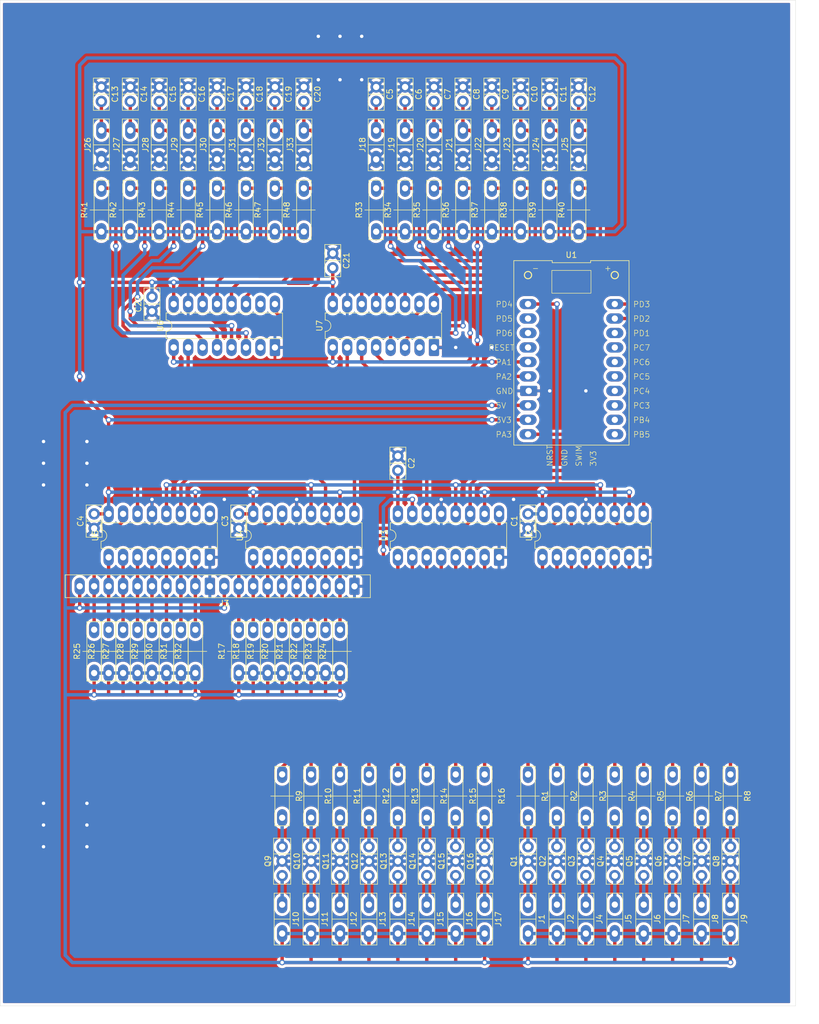
<source format=kicad_pcb>
(kicad_pcb (version 20241229) (generator "pcbnew") (generator_version "9.0")
  (layers (0 "F.Cu" signal) (2 "B.Cu" signal) (13 "F.Paste" user) (15 "B.Paste" user) (5 "F.SilkS" user "F.Silkscreen") (7 "B.SilkS" user "B.Silkscreen") (1 "F.Mask" user) (3 "B.Mask" user) (25 "Edge.Cuts" user))
  (net 0 "")
  (net 1 "+5V")
  (net 2 "Net-(J1-Pin_2)")
  (net 3 "GND")
  (net 4 "Net-(Q1-B)")
  (net 5 "Net-(U2-QA)")
  (net 6 "Net-(U2-VCC)")
  (net 7 "Net-(U2-QH')")
  (net 8 "Net-(U3-QH')")
  (net 9 "Net-(U4-QH')")
  (net 11 "Net-(J18-Pin_1)")
  (net 12 "Net-(J19-Pin_1)")
  (net 13 "Net-(J20-Pin_1)")
  (net 14 "Net-(J21-Pin_1)")
  (net 15 "Net-(J22-Pin_1)")
  (net 16 "Net-(J23-Pin_1)")
  (net 17 "Net-(J24-Pin_1)")
  (net 18 "Net-(J25-Pin_1)")
  (net 19 "Net-(J26-Pin_1)")
  (net 20 "Net-(J27-Pin_1)")
  (net 21 "Net-(J28-Pin_1)")
  (net 22 "Net-(J29-Pin_1)")
  (net 23 "Net-(J30-Pin_1)")
  (net 24 "Net-(J31-Pin_1)")
  (net 25 "Net-(J32-Pin_1)")
  (net 26 "Net-(J33-Pin_1)")
  (net 27 "Net-(J2-Pin_2)")
  (net 28 "Net-(J4-Pin_2)")
  (net 29 "Net-(J5-Pin_2)")
  (net 30 "Net-(J6-Pin_2)")
  (net 31 "Net-(J7-Pin_2)")
  (net 32 "Net-(J8-Pin_2)")
  (net 33 "Net-(J9-Pin_2)")
  (net 34 "Net-(J10-Pin_2)")
  (net 35 "Net-(J11-Pin_2)")
  (net 36 "Net-(J12-Pin_2)")
  (net 37 "Net-(J13-Pin_2)")
  (net 38 "Net-(J14-Pin_2)")
  (net 39 "Net-(J15-Pin_2)")
  (net 40 "Net-(J16-Pin_2)")
  (net 41 "Net-(J17-Pin_2)")
  (net 42 "Net-(Q2-B)")
  (net 43 "Net-(Q3-B)")
  (net 44 "Net-(Q4-B)")
  (net 45 "Net-(Q5-B)")
  (net 46 "Net-(Q6-B)")
  (net 47 "Net-(Q7-B)")
  (net 48 "Net-(Q8-B)")
  (net 49 "Net-(Q9-B)")
  (net 50 "Net-(Q10-B)")
  (net 51 "Net-(Q11-B)")
  (net 52 "Net-(Q12-B)")
  (net 53 "Net-(Q13-B)")
  (net 54 "Net-(Q14-B)")
  (net 55 "Net-(Q15-B)")
  (net 56 "Net-(Q16-B)")
  (net 57 "Net-(U2-QB)")
  (net 58 "Net-(U2-QC)")
  (net 59 "Net-(U2-QD)")
  (net 60 "Net-(U2-QE)")
  (net 61 "Net-(U2-QF)")
  (net 62 "Net-(U2-QG)")
  (net 63 "Net-(U2-QH)")
  (net 64 "Net-(U3-QA)")
  (net 65 "Net-(U3-QB)")
  (net 66 "Net-(U3-QC)")
  (net 67 "Net-(U3-QD)")
  (net 68 "Net-(U3-QE)")
  (net 69 "Net-(U3-QF)")
  (net 70 "Net-(U3-QG)")
  (net 71 "Net-(U3-QH)")
  (net 73 "Net-(U6-Q7)")
  (net 87 "Net-(U5-QH)")
  (net 88 "Net-(U4-QE)")
  (net 89 "Net-(U5-QE)")
  (net 90 "Net-(U5-QF)")
  (net 91 "Net-(U5-QA)")
  (net 92 "Net-(U5-QC)")
  (net 93 "Net-(U4-QG)")
  (net 94 "Net-(U4-QA)")
  (net 95 "Net-(U5-QD)")
  (net 96 "Net-(U4-QC)")
  (net 97 "Net-(U4-QF)")
  (net 98 "Net-(U4-QD)")
  (net 99 "Net-(U4-QH)")
  (net 100 "Net-(U5-QB)")
  (net 101 "Net-(U5-QG)")
  (net 102 "Net-(U4-QB)")
  (net 103 "/LATCH_IN")
  (net 104 "/DATA_OUT")
  (net 105 "/LATCH_OUT")
  (net 106 "/CLOCK_IN")
  (net 107 "/CLOCK_OUT")
  (net 108 "/DATA_IN")
  (footprint "KdLibrary:Conn_01x02 Big Pads 5.08 Rotated" (layer "F.Cu") (at 50.8 38.1 -90)
    (property "Reference" "J30")
    (property "Value" "BUTTON 12")
  )
  (footprint "KdLibrary:Conn_01x03 small T 2-1-3 B-E-C BEC" (layer "F.Cu") (at 135.89 163.83 -90)
    (property "Reference" "Q7")
    (property "Value" "PN2222A")
  )
  (footprint "KdLibrary:Conn_01x02 7.62 Resistor Vertically" (layer "F.Cu") (at 110.49 152.4 90)
    (property "Reference" "R2")
    (property "Value" "4k7")
  )
  (footprint "KdLibrary:Conn_01x02 7.62 Resistor Vertically" (layer "F.Cu") (at 35.56 49.53 -90)
    (property "Reference" "R42")
    (property "Value" "68K")
  )
  (footprint "KdLibrary:Conn_01x02 7.62 Resistor Vertically" (layer "F.Cu") (at 109.22 49.53 -90)
    (property "Reference" "R39")
    (property "Value" "68K")
  )
  (footprint "KdLibrary:Conn_01x02 7.62 Resistor Vertically" (layer "F.Cu") (at 69.85 127 -90)
    (property "Reference" "R23")
    (property "Value" "68K")
  )
  (footprint "KdLibrary:Conn_01x02 Small cap" (layer "F.Cu") (at 83.82 29.21 90)
    (property "Reference" "C6")
    (property "Value" "C")
  )
  (footprint "KdLibrary:Conn_01x02 7.62 Resistor Vertically" (layer "F.Cu") (at 105.41 152.4 90)
    (property "Reference" "R1")
    (property "Value" "4k7")
  )
  (footprint "KdLibrary:Conn_01x03 small T 2-1-3 B-E-C BEC" (layer "F.Cu") (at 125.73 163.83 -90)
    (property "Reference" "Q5")
    (property "Value" "PN2222A")
  )
  (footprint "KdLibrary:Conn_01x02 Small cap" (layer "F.Cu") (at 30.48 29.21 90)
    (property "Reference" "C13")
    (property "Value" "C")
  )
  (footprint "KdLibrary:DIP-16_W7.62mm shift register HC Big Pads" (layer "F.Cu") (at 82.55 110.49 90)
    (property "Reference" "U3")
    (property "Value" "LED 9-16")
  )
  (footprint "KdLibrary:Conn_01x02 Big Pads 5.08 Rotated" (layer "F.Cu") (at 72.39 173.99 90)
    (property "Reference" "J12")
    (property "Value" "LED 11")
  )
  (footprint "KdLibrary:Conn_01x02 7.62 Resistor Vertically" (layer "F.Cu") (at 140.97 152.4 90)
    (property "Reference" "R8")
    (property "Value" "4k7")
  )
  (footprint "KdLibrary:Conn_01x02 Small cap" (layer "F.Cu") (at 99.06 29.21 90)
    (property "Reference" "C9")
    (property "Value" "C")
  )
  (footprint "KdLibrary:Conn_01x02 7.62 Resistor Vertically" (layer "F.Cu") (at 104.14 49.53 -90)
    (property "Reference" "R38")
    (property "Value" "68K")
  )
  (footprint "KdLibrary:Conn_01x02 7.62 Resistor Vertically" (layer "F.Cu") (at 50.8 49.53 -90)
    (property "Reference" "R45")
    (property "Value" "68K")
  )
  (footprint "KdLibrary:Conn_01x02 7.62 Resistor Vertically" (layer "F.Cu") (at 62.23 127 -90)
    (property "Reference" "R20")
    (property "Value" "68K")
  )
  (footprint "KdLibrary:Conn_01x02 Big Pads 5.08 Rotated" (layer "F.Cu") (at 78.74 38.1 -90)
    (property "Reference" "J18")
    (property "Value" "BUTTON 8")
  )
  (footprint "KdLibrary:Conn_01x03 small T 2-1-3 B-E-C BEC" (layer "F.Cu") (at 67.31 163.83 -90)
    (property "Reference" "Q10")
    (property "Value" "PN2222A")
  )
  (footprint "KdLibrary:Conn_01x02 Small cap" (layer "F.Cu") (at 39.37 66.04 -90)
    (property "Reference" "C22")
    (property "Value" "C")
  )
  (footprint "KdLibrary:Conn_01x03 small T 2-1-3 B-E-C BEC" (layer "F.Cu") (at 140.97 163.83 -90)
    (property "Reference" "Q8")
    (property "Value" "PN2222A")
  )
  (footprint "KdLibrary:Conn_01x02 7.62 Resistor Vertically" (layer "F.Cu") (at 93.98 49.53 -90)
    (property "Reference" "R36")
    (property "Value" "68K")
  )
  (footprint "KdLibrary:Conn_01x03 small T 2-1-3 B-E-C BEC" (layer "F.Cu") (at 115.57 163.83 -90)
    (property "Reference" "Q3")
    (property "Value" "PN2222A")
  )
  (footprint "KdLibrary:Conn_01x02 Big Pads 5.08 Rotated" (layer "F.Cu") (at 30.48 38.1 -90)
    (property "Reference" "J26")
    (property "Value" "BUTTON 16")
  )
  (footprint "KdLibrary:Conn_01x02 Big Pads 5.08 Rotated" (layer "F.Cu") (at 120.65 173.99 90)
    (property "Reference" "J5")
    (property "Value" "LED 4")
  )
  (footprint "KdLibrary:Conn_01x03 small T 2-1-3 B-E-C BEC" (layer "F.Cu") (at 110.49 163.83 -90)
    (property "Reference" "Q2")
    (property "Value" "PN2222A")
  )
  (footprint "KdLibrary:Conn_01x02 Big Pads 5.08 Rotated" (layer "F.Cu") (at 135.89 173.99 90)
    (property "Reference" "J8")
    (property "Value" "LED 7")
  )
  (footprint "KdLibrary:Conn_01x02 7.62 Resistor Vertically" (layer "F.Cu") (at 82.55 152.4 90)
    (property "Reference" "R13")
    (property "Value" "4k7")
  )
  (footprint "KdLibrary:Conn_01x02 Big Pads 5.08 Rotated" (layer "F.Cu") (at 60.96 38.1 -90)
    (property "Reference" "J32")
    (property "Value" "BUTTON 10")
  )
  (footprint "KdLibrary:Conn_01x02 7.62 Resistor Vertically" (layer "F.Cu") (at 67.31 127 -90)
    (property "Reference" "R22")
    (property "Value" "68K")
  )
  (footprint "KdLibrary:Conn_01x02 7.62 Resistor Vertically" (layer "F.Cu") (at 64.77 127 -90)
    (property "Reference" "R21")
    (property "Value" "68K")
  )
  (footprint "KdLibrary:Conn_01x02 7.62 Resistor Vertically" (layer "F.Cu") (at 99.06 49.53 -90)
    (property "Reference" "R37")
    (property "Value" "68K")
  )
  (footprint "KdLibrary:Conn_01x02 7.62 Resistor Vertically" (layer "F.Cu") (at 114.3 49.53 -90)
    (property "Reference" "R40")
    (property "Value" "68K")
  )
  (footprint "KdLibrary:Conn_01x02 Big Pads 5.08 Rotated" (layer "F.Cu") (at 93.98 38.1 -90)
    (property "Reference" "J21")
    (property "Value" "BUTTON 5")
  )
  (footprint "KdLibrary:Conn_01x02 7.62 Resistor Vertically" (layer "F.Cu") (at 34.29 127 -90)
    (property "Reference" "R27")
    (property "Value" "68K")
  )
  (footprint "KdLibrary:Conn_01x02 Big Pads 5.08 Rotated" (layer "F.Cu") (at 110.49 173.99 90)
    (property "Reference" "J2")
    (property "Value" "LED 2")
  )
  (footprint "KdLibrary:Conn_01x02 Small cap" (layer "F.Cu") (at 71.12 58.42 90)
    (property "Reference" "C21")
    (property "Value" "C")
  )
  (footprint "KdLibrary:Conn_01x03 small T 2-1-3 B-E-C BEC" (layer "F.Cu") (at 77.47 163.83 -90)
    (property "Reference" "Q12")
    (property "Value" "PN2222A")
  )
  (footprint "KdLibrary:Conn_01x02 Small cap" (layer "F.Cu") (at 45.72 29.21 90)
    (property "Reference" "C16")
    (property "Value" "C")
  )
  (footprint "KdLibrary:Conn_01x02 7.62 Resistor Vertically" (layer "F.Cu") (at 87.63 152.4 90)
    (property "Reference" "R14")
    (property "Value" "4k7")
  )
  (footprint "KdLibrary:Conn_01x02 7.62 Resistor Vertically" (layer "F.Cu") (at 125.73 152.4 90)
    (property "Reference" "R5")
    (property "Value" "4k7")
  )
  (footprint "KdLibrary:Conn_01x02 7.62 Resistor Vertically" (layer "F.Cu") (at 31.75 127 -90)
    (property "Reference" "R26")
    (property "Value" "68K")
  )
  (footprint "KdLibrary:Conn_01x02 7.62 Resistor Vertically" (layer "F.Cu") (at 45.72 49.53 -90)
    (property "Reference" "R44")
    (property "Value" "68K")
  )
  (footprint "KdLibrary:Conn_01x02 Big Pads 5.08 Rotated" (layer "F.Cu") (at 104.14 38.1 -90)
    (property "Reference" "J23")
    (property "Value" "BUTTON 3")
  )
  (footprint "KdLibrary:Conn_01x02 Big Pads 5.08 Rotated" (layer "F.Cu") (at 62.23 173.99 90)
    (property "Reference" "J10")
    (property "Value" "LED 9")
  )
  (footprint "KdLibrary:Conn_01x02 7.62 Resistor Vertically" (layer "F.Cu") (at 120.65 152.4 90)
    (property "Reference" "R4")
    (property "Value" "4k7")
  )
  (footprint "KdLibrary:Conn_01x02 Small cap" (layer "F.Cu") (at 78.74 29.21 90)
    (property "Reference" "C5")
    (property "Value" "C")
  )
  (footprint "KdLibrary:Conn_01x02 7.62 Resistor Vertically" (layer "F.Cu") (at 54.61 127 -90)
    (property "Reference" "R17")
    (property "Value" "68K")
  )
  (footprint "KdLibrary:Conn_01x02 Big Pads 5.08 Rotated" (layer "F.Cu") (at 45.72 38.1 -90)
    (property "Reference" "J29")
    (property "Value" "BUTTON 13")
  )
  (footprint "KdLibrary:Conn_01x02 7.62 Resistor Vertically" (layer "F.Cu") (at 30.48 49.53 -90)
    (property "Reference" "R41")
    (property "Value" "68K")
  )
  (footprint "KdLibrary:Conn_01x02 7.62 Resistor Vertically" (layer "F.Cu") (at 36.83 127 -90)
    (property "Reference" "R28")
    (property "Value" "68K")
  )
  (footprint "KdLibrary:Conn_01x02 Big Pads 5.08 Rotated" (layer "F.Cu") (at 88.9 38.1 -90)
    (property "Reference" "J20")
    (property "Value" "BUTTON 6")
  )
  (footprint "KdLibrary:DIP-16_W7.62mm shift register HC Big Pads" (layer "F.Cu") (at 43.18 73.66 90)
    (property "Reference" "U6")
    (property "Value" "BUTTONS 9-16")
  )
  (footprint "KdLibrary:Conn_01x02 7.62 Resistor Vertically" (layer "F.Cu") (at 92.71 152.4 90)
    (property "Reference" "R15")
    (property "Value" "4k7")
  )
  (footprint "KdLibrary:Conn_01x02 Big Pads 5.08 Rotated" (layer "F.Cu") (at 77.47 173.99 90)
    (property "Reference" "J13")
    (property "Value" "LED 12")
  )
  (footprint "KdLibrary:Conn_01x03 small T 2-1-3 B-E-C BEC" (layer "F.Cu") (at 82.55 163.83 -90)
    (property "Reference" "Q13")
    (property "Value" "PN2222A")
  )
  (footprint "KdLibrary:Conn_01x02 Big Pads 5.08 Rotated" (layer "F.Cu") (at 87.63 173.99 90)
    (property "Reference" "J15")
    (property "Value" "LED 14")
  )
  (footprint "KdLibrary:Conn_01x02 Big Pads 5.08 Rotated" (layer "F.Cu") (at 35.56 38.1 -90)
    (property "Reference" "J27")
    (property "Value" "BUTTON 15")
  )
  (footprint "KdLibrary:DIP-16_W7.62mm shift register HC Big Pads" (layer "F.Cu") (at 57.15 110.49 90)
    (property "Reference" "U4")
    (property "Value" "RELAY 1-8")
  )
  (footprint "KdLibrary:Conn_01x02 Big Pads 5.08 Rotated" (layer "F.Cu") (at 83.82 38.1 -90)
    (property "Reference" "J19")
    (property "Value" "BUTTON 7")
  )
  (footprint "KdLibrary:DIP-16_W7.62mm shift register HC Big Pads" (layer "F.Cu") (at 71.12 73.66 90)
    (property "Reference" "U7")
    (property "Value" "BUTTONS 1-8")
  )
  (footprint "KdLibrary:Conn_01x02 7.62 Resistor Vertically" (layer "F.Cu") (at 46.99 127 -90)
    (property "Reference" "R32")
    (property "Value" "68K")
  )
  (footprint "KdLibrary:Conn_01x02 Big Pads 5.08 Rotated" (layer "F.Cu") (at 105.41 173.99 90)
    (property "Reference" "J1")
    (property "Value" "LED 1")
  )
  (footprint "KdLibrary:Conn_01x02 7.62 Resistor Vertically" (layer "F.Cu") (at 115.57 152.4 90)
    (property "Reference" "R3")
    (property "Value" "4k7")
  )
  (footprint "KdLibrary:DIP-16_W7.62mm shift register HC Big Pads" (layer "F.Cu") (at 31.75 110.49 90)
    (property "Reference" "U5")
    (property "Value" "RELAY 9-16")
  )
  (footprint "KdLibrary:Conn_01x03 small T 2-1-3 B-E-C BEC" (layer "F.Cu") (at 92.71 163.83 -90)
    (property "Reference" "Q15")
    (property "Value" "PN2222A")
  )
  (footprint "KdLibrary:Conn_01x02 Big Pads 5.08 Rotated" (layer "F.Cu") (at 97.79 173.99 90)
    (property "Reference" "J17")
    (property "Value" "LED 16")
  )
  (footprint "KdLibrary:Conn_01x03 small T 2-1-3 B-E-C BEC" (layer "F.Cu") (at 72.39 163.83 -90)
    (property "Reference" "Q11")
    (property "Value" "PN2222A")
  )
  (footprint "KdLibrary:Conn_01x02 Big Pads 5.08 Rotated" (layer "F.Cu") (at 40.64 38.1 -90)
    (property "Reference" "J28")
    (property "Value" "BUTTON 14")
  )
  (footprint "KdLibrary:Conn_01x02 7.62 Resistor Vertically" (layer "F.Cu") (at 78.74 49.53 -90)
    (property "Reference" "R33")
    (property "Value" "68K")
  )
  (footprint "KdLibrary:Conn_01x03 small T 2-1-3 B-E-C BEC" (layer "F.Cu") (at 62.23 163.83 -90)
    (property "Reference" "Q9")
    (property "Value" "PN2222A")
  )
  (footprint "KdLibrary:Conn_01x02 Small cap" (layer "F.Cu") (at 66.04 29.21 90)
    (property "Reference" "C20")
    (property "Value" "C")
  )
  (footprint "KdLibrary:Conn_01x02 7.62 Resistor Vertically" (layer "F.Cu") (at 66.04 49.53 -90)
    (property "Reference" "R48")
    (property "Value" "68K")
  )
  (footprint "KdLibrary:Conn_01x02 7.62 Resistor Vertically" (layer "F.Cu") (at 88.9 49.53 -90)
    (property "Reference" "R35")
    (property "Value" "68K")
  )
  (footprint "KdLibrary:Conn_01x02 Big Pads 5.08 Rotated" (layer "F.Cu") (at 92.71 173.99 90)
    (property "Reference" "J16")
    (property "Value" "LED 15")
  )
  (footprint "KdLibrary:Conn_01x02 7.62 Resistor Vertically" (layer "F.Cu") (at 67.31 152.4 90)
    (property "Reference" "R10")
    (property "Value" "4k7")
  )
  (footprint "KdLibrary:Conn_01x02 Small cap" (layer "F.Cu") (at 54.61 104.14 -90)
    (property "Reference" "C3")
    (property "Value" "C")
  )
  (footprint "KdLibrary:Conn_01x02 7.62 Resistor Vertically" (layer "F.Cu") (at 83.82 49.53 -90)
    (property "Reference" "R34")
    (property "Value" "68K")
  )
  (footprint "KdLibrary:Conn_01x02 Small cap" (layer "F.Cu") (at 88.9 29.21 90)
    (property "Reference" "C7")
    (property "Value" "C")
  )
  (footprint "KdLibrary:Conn_01x02 Small cap" (layer "F.Cu") (at 114.3 29.21 90)
    (property "Reference" "C12")
    (property "Value" "C")
  )
  (footprint "KdLibrary:DIP-16_W7.62mm shift register HC Big Pads" (layer "F.Cu") (at 107.95 110.49 90)
    (property "Reference" "U2")
    (property "Value" "LED 1-8")
  )
  (footprint "KdLibrary:Conn_01x02 7.62 Resistor Vertically" (layer "F.Cu") (at 135.89 152.4 90)
    (property "Reference" "R7")
    (property "Value" "4k7")
  )
  (footprint "KdLibrary:Conn_01x02 Big Pads 5.08 Rotated" (layer "F.Cu") (at 115.57 173.99 90)
    (property "Reference" "J4")
    (property "Value" "LED 3")
  )
  (footprint "KdLibrary:Conn_01x02 Big Pads 5.08 Rotated" (layer "F.Cu") (at 66.04 38.1 -90)
    (property "Reference" "J33")
    (property "Value" "BUTTON 9")
  )
  (footprint "KdLibrary:Conn_01x02 7.62 Resistor Vertically" (layer "F.Cu") (at 39.37 127 -90)
    (property "Reference" "R29")
    (property "Value" "68K")
  )
  (footprint "KdLibrary:Conn_01x03 small T 2-1-3 B-E-C BEC" (layer "F.Cu") (at 97.79 163.83 -90)
    (property "Reference" "Q16")
    (property "Value" "PN2222A")
  )
  (footprint "KdLibrary:Conn_01x03 small T 2-1-3 B-E-C BEC" (layer "F.Cu") (at 105.41 163.83 -90)
    (property "Reference" "Q1")
    (property "Value" "PN2222A")
  )
  (footprint "KdLibrary:STM8S BLUE No Prog Pads" (layer "F.Cu") (at 113.03 77.47)
    (property "Reference" "U1")
    (property "Value" "~")
  )
  (footprint "KdLibrary:Conn_01x03 small T 2-1-3 B-E-C BEC" (layer "F.Cu") (at 130.81 163.83 -90)
    (property "Reference" "Q6")
    (property "Value" "PN2222A")
  )
  (footprint "KdLibrary:Conn_01x02 7.62 Resistor Vertically" (layer "F.Cu") (at 130.81 152.4 90)
    (property "Reference" "R6")
    (property "Value" "4k7")
  )
  (footprint "KdLibrary:Conn_01x02 Small cap" (layer "F.Cu") (at 50.8 29.21 90)
    (property "Reference" "C17")
    (property "Value" "C")
  )
  (footprint "KdLibrary:Conn_01x02 Small cap" (layer "F.Cu") (at 93.98 29.21 90)
    (property "Reference" "C8")
    (property "Value" "C")
  )
  (footprint "KdLibrary:Conn_01x02 7.62 Resistor Vertically" (layer "F.Cu") (at 62.23 152.4 90)
    (property "Reference" "R9")
    (property "Value" "4k7")
  )
  (footprint "KdLibrary:Conn_01x03 small T 2-1-3 B-E-C BEC" (layer "F.Cu") (at 120.65 163.83 -90)
    (property "Reference" "Q4")
    (property "Value" "PN2222A")
  )
  (footprint "KdLibrary:Conn_01x02 Big Pads 5.08 Rotated" (layer "F.Cu") (at 140.97 173.99 90)
    (property "Reference" "J9")
    (property "Value" "LED 8")
  )
  (footprint "KdLibrary:Conn_01x02 7.62 Resistor Vertically" (layer "F.Cu") (at 40.64 49.53 -90)
    (property "Reference" "R43")
    (property "Value" "68K")
  )
  (footprint "KdLibrary:Conn_01x02 7.62 Resistor Vertically" (layer "F.Cu") (at 72.39 127 -90)
    (property "Reference" "R24")
    (property "Value" "68K")
  )
  (footprint "KdLibrary:Conn_01x02 7.62 Resistor Vertically" (layer "F.Cu") (at 72.39 152.4 90)
    (property "Reference" "R11")
    (property "Value" "4k7")
  )
  (footprint "KdLibrary:Conn_01x02 Small cap" (layer "F.Cu") (at 55.88 29.21 90)
    (property "Reference" "C18")
    (property "Value" "C")
  )
  (footprint "KdLibrary:Conn_01x02 7.62 Resistor Vertically" (layer "F.Cu") (at 77.47 152.4 90)
    (property "Reference" "R12")
    (property "Value" "4k7")
  )
  (footprint "KdLibrary:Conn_01x02 Small cap" (layer "F.Cu") (at 35.56 29.21 90)
    (property "Reference" "C14")
    (property "Value" "C")
  )
  (footprint "KdLibrary:Conn_01x02 7.62 Resistor Vertically" (layer "F.Cu") (at 97.79 152.4 90)
    (property "Reference" "R16")
    (property "Value" "4k7")
  )
  (footprint "KdLibrary:Conn_01x02 Big Pads 5.08 Rotated" (layer "F.Cu") (at 67.31 173.99 90)
    (property "Reference" "J11")
    (property "Value" "LED 10")
  )
  (footprint "KdLibrary:Conn_01x02 Small cap" (layer "F.Cu") (at 60.96 29.21 90)
    (property "Reference" "C19")
    (property "Value" "C")
  )
  (footprint "KdLibrary:Conn_01x02 Big Pads 5.08 Rotated" (layer "F.Cu") (at 130.81 173.99 90)
    (property "Reference" "J7")
    (property "Value" "LED 6")
  )
  (footprint "KdLibrary:Conn_01x02 Big Pads 5.08 Rotated" (layer "F.Cu") (at 125.73 173.99 90)
    (property "Reference" "J6")
    (property "Value" "LED 5")
  )
  (footprint "KdLibrary:Conn_01x02 7.62 Resistor Vertically" (layer "F.Cu") (at 44.45 127 -90)
    (property "Reference" "R31")
    (property "Value" "68K")
  )
  (footprint "KdLibrary:Conn_01x02 7.62 Resistor Vertically" (layer "F.Cu") (at 57.15 127 -90)
    (property "Reference" "R18")
    (property "Value" "68K")
  )
  (footprint "KdLibrary:Conn_01x20 Big Pads Relay Module" (layer "F.Cu") (at 52.07 115.57)
    (property "Reference" "J3")
    (property "Value" "Relay Module")
  )
  (footprint "KdLibrary:Conn_01x02 7.62 Resistor Vertically" (layer "F.Cu") (at 55.88 49.53 -90)
    (property "Reference" "R46")
    (property "Value" "68K")
  )
  (footprint "KdLibrary:Conn_01x02 Small cap" (layer "F.Cu") (at 109.22 29.21 90)
    (property "Reference" "C11")
    (property "Value" "C")
  )
  (footprint "KdLibrary:Conn_01x02 Small cap" (layer "F.Cu") (at 82.55 93.98 90)
    (property "Reference" "C2")
    (property "Value" "C")
  )
  (footprint "KdLibrary:Conn_01x02 Big Pads 5.08 Rotated" (layer "F.Cu") (at 114.3 38.1 -90)
    (property "Reference" "J25")
    (property "Value" "BUTTON 1")
  )
  (footprint "KdLibrary:Conn_01x02 Small cap" (layer "F.Cu") (at 104.14 29.21 90)
    (property "Reference" "C10")
    (property "Value" "C")
  )
  (footprint "KdLibrary:Conn_01x02 Big Pads 5.08 Rotated" (layer "F.Cu") (at 109.22 38.1 -90)
    (property "Reference" "J24")
    (property "Value" "BUTTON 2")
  )
  (footprint "KdLibrary:Conn_01x02 7.62 Resistor Vertically" (layer "F.Cu") (at 59.69 127 -90)
    (property "Reference" "R19")
    (property "Value" "68K")
  )
  (footprint "KdLibrary:Conn_01x02 Small cap" (layer "F.Cu") (at 29.21 104.14 -90)
    (property "Reference" "C4")
    (property "Value" "C")
  )
  (footprint "KdLibrary:Conn_01x02 Big Pads 5.08 Rotated" (layer "F.Cu") (at 55.88 38.1 -90)
    (property "Reference" "J31")
    (property "Value" "BUTTON 11")
  )
  (footprint "KdLibrary:Conn_01x02 Small cap" (layer "F.Cu") (at 40.64 29.21 90)
    (property "Reference" "C15")
    (property "Value" "C")
  )
  (footprint "KdLibrary:Conn_01x02 Big Pads 5.08 Rotated" (layer "F.Cu") (at 82.55 173.99 90)
    (property "Reference" "J14")
    (property "Value" "LED 13")
  )
  (footprint "KdLibrary:Conn_01x02 Small cap" (layer "F.Cu") (at 105.41 104.14 -90)
    (property "Reference" "C1")
    (property "Value" "C")
  )
  (footprint "KdLibrary:Conn_01x02 7.62 Resistor Vertically" (layer "F.Cu") (at 41.91 127 -90)
    (property "Reference" "R30")
    (property "Value" "68K")
  )
  (footprint "KdLibrary:Conn_01x02 7.62 Resistor Vertically" (layer "F.Cu") (at 29.21 127 -90)
    (property "Reference" "R25")
    (property "Value" "68K")
  )
  (footprint "KdLibrary:Conn_01x02 Big Pads 5.08 Rotated" (layer "F.Cu") (at 99.06 38.1 -90)
    (property "Reference" "J22")
    (property "Value" "BUTTON 4")
  )
  (footprint "KdLibrary:Conn_01x02 7.62 Resistor Vertically" (layer "F.Cu") (at 60.96 49.53 -90)
    (property "Reference" "R47")
    (property "Value" "68K")
  )
  (footprint "KdLibrary:Conn_01x03 small T 2-1-3 B-E-C BEC" (layer "F.Cu") (at 87.63 163.83 -90)
    (property "Reference" "Q14")
    (property "Value" "PN2222A")
  )
  (gr_rect (start 12.7 12.7) (end 152.4 189.23) (stroke (width 0.05)) (fill no) (layer "Edge.Cuts"))
  (segment (start 64.77 134.62) (end 67.31 134.62) (width 0.6) (layer "F.Cu") (net 1))
  (segment (start 115.57 181.61) (end 110.49 181.61) (width 0.6) (layer "F.Cu") (net 1))
  (segment (start 62.23 134.62) (end 64.77 134.62) (width 0.6) (layer "F.Cu") (net 1))
  (segment (start 92.71 181.61) (end 87.63 181.61) (width 0.6) (layer "F.Cu") (net 1))
  (segment (start 135.89 176.53) (end 135.89 181.61) (width 0.6) (layer "F.Cu") (net 1))
  (segment (start 41.91 130.81) (end 41.91 134.62) (width 0.6) (layer "F.Cu") (net 1))
  (segment (start 36.83 134.62) (end 39.37 134.62) (width 0.6) (layer "F.Cu") (net 1))
  (segment (start 57.15 134.62) (end 59.69 134.62) (width 0.6) (layer "F.Cu") (net 1))
  (segment (start 34.29 130.81) (end 34.29 134.62) (width 0.6) (layer "F.Cu") (net 1))
  (segment (start 125.73 181.61) (end 120.65 181.61) (width 0.6) (layer "F.Cu") (net 1))
  (segment (start 41.91 134.62) (end 44.45 134.62) (width 0.6) (layer "F.Cu") (net 1))
  (segment (start 130.81 176.53) (end 130.81 181.61) (width 0.6) (layer "F.Cu") (net 1))
  (segment (start 31.75 134.62) (end 34.29 134.62) (width 0.6) (layer "F.Cu") (net 1))
  (segment (start 67.31 134.62) (end 69.85 134.62) (width 0.6) (layer "F.Cu") (net 1))
  (segment (start 67.31 181.61) (end 62.23 181.61) (width 0.6) (layer "F.Cu") (net 1))
  (segment (start 36.83 130.81) (end 36.83 134.62) (width 0.6) (layer "F.Cu") (net 1))
  (segment (start 26.67 115.57) (end 26.67 119.38) (width 0.6) (layer "F.Cu") (net 1))
  (segment (start 29.21 130.81) (end 29.21 134.62) (width 0.6) (layer "F.Cu") (net 1))
  (segment (start 72.39 181.61) (end 72.39 176.53) (width 0.6) (layer "F.Cu") (net 1))
  (segment (start 97.79 181.61) (end 92.71 181.61) (width 0.6) (layer "F.Cu") (net 1))
  (segment (start 39.37 134.62) (end 41.91 134.62) (width 0.6) (layer "F.Cu") (net 1))
  (segment (start 120.65 176.53) (end 120.65 181.61) (width 0.6) (layer "F.Cu") (net 1))
  (segment (start 87.63 181.61) (end 87.63 176.53) (width 0.6) (layer "F.Cu") (net 1))
  (segment (start 140.97 181.61) (end 140.97 176.53) (width 0.6) (layer "F.Cu") (net 1))
  (segment (start 110.49 181.61) (end 105.41 181.61) (width 0.6) (layer "F.Cu") (net 1))
  (segment (start 99.06 83.82) (end 105.41 83.82) (width 0.6) (layer "F.Cu") (net 1))
  (segment (start 59.69 134.62) (end 62.23 134.62) (width 0.6) (layer "F.Cu") (net 1))
  (segment (start 44.45 134.62) (end 46.99 134.62) (width 0.6) (layer "F.Cu") (net 1))
  (segment (start 140.97 181.61) (end 135.89 181.61) (width 0.6) (layer "F.Cu") (net 1))
  (segment (start 39.37 130.81) (end 39.37 134.62) (width 0.6) (layer "F.Cu") (net 1))
  (segment (start 64.77 130.81) (end 64.77 134.62) (width 0.6) (layer "F.Cu") (net 1))
  (segment (start 67.31 130.81) (end 67.31 134.62) (width 0.6) (layer "F.Cu") (net 1))
  (segment (start 72.39 134.62) (end 72.39 130.81) (width 0.6) (layer "F.Cu") (net 1))
  (segment (start 77.47 181.61) (end 72.39 181.61) (width 0.6) (layer "F.Cu") (net 1))
  (segment (start 115.57 176.53) (end 115.57 181.61) (width 0.6) (layer "F.Cu") (net 1))
  (segment (start 105.41 181.61) (end 105.41 176.53) (width 0.6) (layer "F.Cu") (net 1))
  (segment (start 120.65 181.61) (end 115.57 181.61) (width 0.6) (layer "F.Cu") (net 1))
  (segment (start 54.61 134.62) (end 57.15 134.62) (width 0.6) (layer "F.Cu") (net 1))
  (segment (start 29.21 134.62) (end 31.75 134.62) (width 0.6) (layer "F.Cu") (net 1))
  (segment (start 69.85 130.81) (end 69.85 134.62) (width 0.6) (layer "F.Cu") (net 1))
  (segment (start 54.61 134.62) (end 54.61 130.81) (width 0.6) (layer "F.Cu") (net 1))
  (segment (start 77.47 181.61) (end 77.47 176.53) (width 0.6) (layer "F.Cu") (net 1))
  (segment (start 92.71 181.61) (end 92.71 176.53) (width 0.6) (layer "F.Cu") (net 1))
  (segment (start 72.39 181.61) (end 67.31 181.61) (width 0.6) (layer "F.Cu") (net 1))
  (segment (start 135.89 181.61) (end 130.81 181.61) (width 0.6) (layer "F.Cu") (net 1))
  (segment (start 67.31 181.61) (end 67.31 176.53) (width 0.6) (layer "F.Cu") (net 1))
  (segment (start 82.55 181.61) (end 82.55 176.53) (width 0.6) (layer "F.Cu") (net 1))
  (segment (start 57.15 130.81) (end 57.15 134.62) (width 0.6) (layer "F.Cu") (net 1))
  (segment (start 130.81 181.61) (end 125.73 181.61) (width 0.6) (layer "F.Cu") (net 1))
  (segment (start 82.55 181.61) (end 77.47 181.61) (width 0.6) (layer "F.Cu") (net 1))
  (segment (start 52.07 115.57) (end 52.07 119.38) (width 0.6) (layer "F.Cu") (net 1))
  (segment (start 110.49 176.53) (end 110.49 181.61) (width 0.6) (layer "F.Cu") (net 1))
  (segment (start 62.23 181.61) (end 62.23 176.53) (width 0.6) (layer "F.Cu") (net 1))
  (segment (start 44.45 130.81) (end 44.45 134.62) (width 0.6) (layer "F.Cu") (net 1))
  (segment (start 59.69 130.81) (end 59.69 134.62) (width 0.6) (layer "F.Cu") (net 1))
  (segment (start 87.63 181.61) (end 82.55 181.61) (width 0.6) (layer "F.Cu") (net 1))
  (segment (start 125.73 176.53) (end 125.73 181.61) (width 0.6) (layer "F.Cu") (net 1))
  (segment (start 69.85 134.62) (end 72.39 134.62) (width 0.6) (layer "F.Cu") (net 1))
  (segment (start 34.29 134.62) (end 36.83 134.62) (width 0.6) (layer "F.Cu") (net 1))
  (segment (start 62.23 130.81) (end 62.23 134.62) (width 0.6) (layer "F.Cu") (net 1))
  (segment (start 46.99 130.81) (end 46.99 134.62) (width 0.6) (layer "F.Cu") (net 1))
  (segment (start 97.79 181.61) (end 97.79 176.53) (width 0.6) (layer "F.Cu") (net 1))
  (segment (start 31.75 130.81) (end 31.75 134.62) (width 0.6) (layer "F.Cu") (net 1))
  (via (at 62.23 181.61) (size 1) (drill 0.6) (layers "F.Cu" "B.Cu") (net 1))
  (via (at 46.99 134.62) (size 1) (drill 0.6) (layers "F.Cu" "B.Cu") (net 1))
  (via (at 52.07 119.38) (size 1) (drill 0.6) (layers "F.Cu" "B.Cu") (net 1))
  (via (at 105.41 181.61) (size 1) (drill 0.6) (layers "F.Cu" "B.Cu") (net 1))
  (via (at 72.39 134.62) (size 1) (drill 0.6) (layers "F.Cu" "B.Cu") (net 1))
  (via (at 99.06 83.82) (size 1) (drill 0.6) (layers "F.Cu" "B.Cu") (net 1))
  (via (at 97.79 181.61) (size 1) (drill 0.6) (layers "F.Cu" "B.Cu") (net 1))
  (via (at 140.97 181.61) (size 1) (drill 0.6) (layers "F.Cu" "B.Cu") (net 1))
  (via (at 26.67 119.38) (size 1) (drill 0.6) (layers "F.Cu" "B.Cu") (net 1))
  (via (at 29.21 134.62) (size 1) (drill 0.6) (layers "F.Cu" "B.Cu") (net 1))
  (via (at 54.61 134.62) (size 1) (drill 0.6) (layers "F.Cu" "B.Cu") (net 1))
  (segment (start 24.13 180.34) (end 25.4 181.61) (width 0.6) (layer "B.Cu") (net 1))
  (segment (start 105.41 181.61) (end 110.49 181.61) (width 0.6) (layer "B.Cu") (net 1))
  (segment (start 72.39 181.61) (end 77.47 181.61) (width 0.6) (layer "B.Cu") (net 1))
  (segment (start 120.65 181.61) (end 125.73 181.61) (width 0.6) (layer "B.Cu") (net 1))
  (segment (start 41.91 134.62) (end 44.45 134.62) (width 0.6) (layer "B.Cu") (net 1))
  (segment (start 34.29 134.62) (end 36.83 134.62) (width 0.6) (layer "B.Cu") (net 1))
  (segment (start 54.61 134.62) (end 57.15 134.62) (width 0.6) (layer "B.Cu") (net 1))
  (segment (start 39.37 134.62) (end 41.91 134.62) (width 0.6) (layer "B.Cu") (net 1))
  (segment (start 62.23 176.53) (end 97.79 176.53) (width 0.6) (layer "B.Cu") (net 1))
  (segment (start 125.73 181.61) (end 130.81 181.61) (width 0.6) (layer "B.Cu") (net 1))
  (segment (start 24.13 119.38) (end 24.13 134.62) (width 0.6) (layer "B.Cu") (net 1))
  (segment (start 62.23 181.61) (end 67.31 181.61) (width 0.6) (layer "B.Cu") (net 1))
  (segment (start 59.69 134.62) (end 62.23 134.62) (width 0.6) (layer "B.Cu") (net 1))
  (segment (start 26.67 119.38) (end 24.13 119.38) (width 0.6) (layer "B.Cu") (net 1))
  (segment (start 36.83 134.62) (end 39.37 134.62) (width 0.6) (layer "B.Cu") (net 1))
  (segment (start 135.89 181.61) (end 140.97 181.61) (width 0.6) (layer "B.Cu") (net 1))
  (segment (start 29.21 134.62) (end 31.75 134.62) (width 0.6) (layer "B.Cu") (net 1))
  (segment (start 97.79 181.61) (end 105.41 181.61) (width 0.6) (layer "B.Cu") (net 1))
  (segment (start 24.13 85.09) (end 24.13 119.38) (width 0.6) (layer "B.Cu") (net 1))
  (segment (start 46.99 134.62) (end 54.61 134.62) (width 0.6) (layer "B.Cu") (net 1))
  (segment (start 115.57 181.61) (end 120.65 181.61) (width 0.6) (layer "B.Cu") (net 1))
  (segment (start 57.15 134.62) (end 59.69 134.62) (width 0.6) (layer "B.Cu") (net 1))
  (segment (start 46.99 130.81) (end 29.21 130.81) (width 0.6) (layer "B.Cu") (net 1))
  (segment (start 105.41 176.53) (end 140.97 176.53) (width 0.6) (layer "B.Cu") (net 1))
  (segment (start 69.85 134.62) (end 72.39 134.62) (width 0.6) (layer "B.Cu") (net 1))
  (segment (start 130.81 181.61) (end 135.89 181.61) (width 0.6) (layer "B.Cu") (net 1))
  (segment (start 67.31 181.61) (end 72.39 181.61) (width 0.6) (layer "B.Cu") (net 1))
  (segment (start 64.77 134.62) (end 67.31 134.62) (width 0.6) (layer "B.Cu") (net 1))
  (segment (start 92.71 181.61) (end 97.79 181.61) (width 0.6) (layer "B.Cu") (net 1))
  (segment (start 25.4 181.61) (end 62.23 181.61) (width 0.6) (layer "B.Cu") (net 1))
  (segment (start 67.31 134.62) (end 69.85 134.62) (width 0.6) (layer "B.Cu") (net 1))
  (segment (start 87.63 181.61) (end 92.71 181.61) (width 0.6) (layer "B.Cu") (net 1))
  (segment (start 62.23 134.62) (end 64.77 134.62) (width 0.6) (layer "B.Cu") (net 1))
  (segment (start 72.39 130.81) (end 54.61 130.81) (width 0.6) (layer "B.Cu") (net 1))
  (segment (start 44.45 134.62) (end 46.99 134.62) (width 0.6) (layer "B.Cu") (net 1))
  (segment (start 110.49 181.61) (end 115.57 181.61) (width 0.6) (layer "B.Cu") (net 1))
  (segment (start 77.47 181.61) (end 82.55 181.61) (width 0.6) (layer "B.Cu") (net 1))
  (segment (start 99.06 83.82) (end 25.4 83.82) (width 0.6) (layer "B.Cu") (net 1))
  (segment (start 24.13 134.62) (end 24.13 180.34) (width 0.6) (layer "B.Cu") (net 1))
  (segment (start 52.07 119.38) (end 26.67 119.38) (width 0.6) (layer "B.Cu") (net 1))
  (segment (start 31.75 134.62) (end 34.29 134.62) (width 0.6) (layer "B.Cu") (net 1))
  (segment (start 82.55 181.61) (end 87.63 181.61) (width 0.6) (layer "B.Cu") (net 1))
  (segment (start 25.4 83.82) (end 24.13 85.09) (width 0.6) (layer "B.Cu") (net 1))
  (segment (start 24.13 134.62) (end 29.21 134.62) (width 0.6) (layer "B.Cu") (net 1))
  (segment (start 105.41 166.37) (end 105.41 171.45) (width 0.6) (layer "B.Cu") (net 2))
  (segment (start 90.17 102.87) (end 90.17 100.33) (width 0.6) (layer "F.Cu") (net 3))
  (segment (start 39.37 102.87) (end 39.37 100.33) (width 0.6) (layer "F.Cu") (net 3))
  (segment (start 92.71 73.66) (end 88.9 73.66) (width 0.6) (layer "F.Cu") (net 3))
  (segment (start 115.57 102.87) (end 115.57 100.33) (width 0.6) (layer "F.Cu") (net 3))
  (segment (start 64.77 102.87) (end 64.77 100.33) (width 0.6) (layer "F.Cu") (net 3))
  (via (at 20.32 157.48) (size 1) (drill 0.6) (layers "F.Cu" "B.Cu") (net 3))
  (via (at 76.2 26.67) (size 1) (drill 0.6) (layers "F.Cu" "B.Cu") (net 3))
  (via (at 27.94 97.79) (size 1) (drill 0.6) (layers "F.Cu" "B.Cu") (net 3))
  (via (at 20.32 153.67) (size 1) (drill 0.6) (layers "F.Cu" "B.Cu") (net 3))
  (via (at 20.32 161.29) (size 1) (drill 0.6) (layers "F.Cu" "B.Cu") (net 3))
  (via (at 64.77 100.33) (size 1) (drill 0.6) (layers "F.Cu" "B.Cu") (net 3))
  (via (at 68.58 26.67) (size 1) (drill 0.6) (layers "F.Cu" "B.Cu") (net 3))
  (via (at 102.87 100.33) (size 1) (drill 0.6) (layers "F.Cu" "B.Cu") (net 3))
  (via (at 109.22 81.28) (size 1) (drill 0.6) (layers "F.Cu" "B.Cu") (net 3))
  (via (at 27.94 157.48) (size 1) (drill 0.6) (layers "F.Cu" "B.Cu") (net 3))
  (via (at 72.39 19.05) (size 1) (drill 0.6) (layers "F.Cu" "B.Cu") (net 3))
  (via (at 39.37 100.33) (size 1) (drill 0.6) (layers "F.Cu" "B.Cu") (net 3))
  (via (at 20.32 93.98) (size 1) (drill 0.6) (layers "F.Cu" "B.Cu") (net 3))
  (via (at 99.06 73.66) (size 1) (drill 0.6) (layers "F.Cu" "B.Cu") (net 3))
  (via (at 27.94 93.98) (size 1) (drill 0.6) (layers "F.Cu" "B.Cu") (net 3))
  (via (at 27.94 161.29) (size 1) (drill 0.6) (layers "F.Cu" "B.Cu") (net 3))
  (via (at 20.32 97.79) (size 1) (drill 0.6) (layers "F.Cu" "B.Cu") (net 3))
  (via (at 115.57 100.33) (size 1) (drill 0.6) (layers "F.Cu" "B.Cu") (net 3))
  (via (at 115.57 81.28) (size 1) (drill 0.6) (layers "F.Cu" "B.Cu") (net 3))
  (via (at 27.94 90.17) (size 1) (drill 0.6) (layers "F.Cu" "B.Cu") (net 3))
  (via (at 76.2 19.05) (size 1) (drill 0.6) (layers "F.Cu" "B.Cu") (net 3))
  (via (at 27.94 153.67) (size 1) (drill 0.6) (layers "F.Cu" "B.Cu") (net 3))
  (via (at 92.71 73.66) (size 1) (drill 0.6) (layers "F.Cu" "B.Cu") (net 3))
  (via (at 72.39 26.67) (size 1) (drill 0.6) (layers "F.Cu" "B.Cu") (net 3))
  (via (at 20.32 90.17) (size 1) (drill 0.6) (layers "F.Cu" "B.Cu") (net 3))
  (via (at 68.58 19.05) (size 1) (drill 0.6) (layers "F.Cu" "B.Cu") (net 3))
  (via (at 90.17 100.33) (size 1) (drill 0.6) (layers "F.Cu" "B.Cu") (net 3))
  (via (at 52.07 100.33) (size 1) (drill 0.6) (layers "F.Cu" "B.Cu") (net 3))
  (segment (start 90.17 100.33) (end 102.87 100.33) (width 0.6) (layer "B.Cu") (net 3))
  (segment (start 78.74 27.94) (end 114.3 27.94) (width 0.6) (layer "B.Cu") (net 3))
  (segment (start 105.41 163.83) (end 140.97 163.83) (width 0.6) (layer "B.Cu") (net 3))
  (segment (start 30.48 40.64) (end 66.04 40.64) (width 0.6) (layer "B.Cu") (net 3))
  (segment (start 39.37 100.33) (end 52.07 100.33) (width 0.6) (layer "B.Cu") (net 3))
  (segment (start 102.87 100.33) (end 115.57 100.33) (width 0.6) (layer "B.Cu") (net 3))
  (segment (start 62.23 163.83) (end 97.79 163.83) (width 0.6) (layer "B.Cu") (net 3))
  (segment (start 30.48 27.94) (end 66.04 27.94) (width 0.6) (layer "B.Cu") (net 3))
  (segment (start 78.74 40.64) (end 114.3 40.64) (width 0.6) (layer "B.Cu") (net 3))
  (segment (start 52.07 100.33) (end 64.77 100.33) (width 0.6) (layer "B.Cu") (net 3))
  (segment (start 105.41 156.21) (end 105.41 161.29) (width 0.6) (layer "B.Cu") (net 4))
  (segment (start 110.49 102.87) (end 110.49 104.14) (width 0.6) (layer "F.Cu") (net 5))
  (segment (start 105.41 109.22) (end 105.41 148.59) (width 0.6) (layer "F.Cu") (net 5))
  (segment (start 110.49 104.14) (end 105.41 109.22) (width 0.6) (layer "F.Cu") (net 5))
  (segment (start 71.12 66.04) (end 71.12 62.23) (width 0.6) (layer "F.Cu") (net 6))
  (segment (start 123.19 102.87) (end 123.19 99.06) (width 0.6) (layer "F.Cu") (net 6))
  (segment (start 31.75 86.36) (end 26.67 81.28) (width 0.6) (layer "F.Cu") (net 6))
  (segment (start 82.55 99.06) (end 82.55 102.87) (width 0.6) (layer "F.Cu") (net 6))
  (segment (start 105.41 86.36) (end 99.06 86.36) (width 0.6) (layer "F.Cu") (net 6))
  (segment (start 97.79 99.06) (end 97.79 102.87) (width 0.6) (layer "F.Cu") (net 6))
  (segment (start 26.67 62.23) (end 39.37 62.23) (width 0.6) (layer "F.Cu") (net 6))
  (segment (start 107.95 99.06) (end 107.95 102.87) (width 0.6) (layer "F.Cu") (net 6))
  (segment (start 57.15 99.06) (end 57.15 102.87) (width 0.6) (layer "F.Cu") (net 6))
  (segment (start 71.12 62.23) (end 71.12 59.69) (width 0.6) (layer "F.Cu") (net 6))
  (segment (start 43.18 62.23) (end 43.18 66.04) (width 0.6) (layer "F.Cu") (net 6))
  (segment (start 31.75 86.36) (end 31.75 99.06) (width 0.6) (layer "F.Cu") (net 6))
  (segment (start 26.67 81.28) (end 26.67 78.74) (width 0.6) (layer "F.Cu") (net 6))
  (segment (start 57.15 102.87) (end 54.61 102.87) (width 0.6) (layer "F.Cu") (net 6))
  (segment (start 72.39 99.06) (end 72.39 102.87) (width 0.6) (layer "F.Cu") (net 6))
  (segment (start 82.55 95.25) (end 82.55 99.06) (width 0.6) (layer "F.Cu") (net 6))
  (segment (start 31.75 102.87) (end 29.21 102.87) (width 0.6) (layer "F.Cu") (net 6))
  (segment (start 46.99 99.06) (end 46.99 102.87) (width 0.6) (layer "F.Cu") (net 6))
  (via (at 72.39 99.06) (size 1) (drill 0.6) (layers "F.Cu" "B.Cu") (net 6))
  (via (at 31.75 86.36) (size 1) (drill 0.6) (layers "F.Cu" "B.Cu") (net 6))
  (via (at 57.15 99.06) (size 1) (drill 0.6) (layers "F.Cu" "B.Cu") (net 6))
  (via (at 82.55 99.06) (size 1) (drill 0.6) (layers "F.Cu" "B.Cu") (net 6))
  (via (at 43.18 62.23) (size 1) (drill 0.6) (layers "F.Cu" "B.Cu") (net 6))
  (via (at 107.95 99.06) (size 1) (drill 0.6) (layers "F.Cu" "B.Cu") (net 6))
  (via (at 26.67 78.74) (size 1) (drill 0.6) (layers "F.Cu" "B.Cu") (net 6))
  (via (at 46.99 99.06) (size 1) (drill 0.6) (layers "F.Cu" "B.Cu") (net 6))
  (via (at 31.75 99.06) (size 1) (drill 0.6) (layers "F.Cu" "B.Cu") (net 6))
  (via (at 123.19 99.06) (size 1) (drill 0.6) (layers "F.Cu" "B.Cu") (net 6))
  (via (at 71.12 62.23) (size 1) (drill 0.6) (layers "F.Cu" "B.Cu") (net 6))
  (via (at 97.79 99.06) (size 1) (drill 0.6) (layers "F.Cu" "B.Cu") (net 6))
  (via (at 26.67 62.23) (size 1) (drill 0.6) (layers "F.Cu" "B.Cu") (net 6))
  (via (at 39.37 62.23) (size 1) (drill 0.6) (layers "F.Cu" "B.Cu") (net 6))
  (via (at 99.06 86.36) (size 1) (drill 0.6) (layers "F.Cu" "B.Cu") (net 6))
  (segment (start 46.99 99.06) (end 31.75 99.06) (width 0.6) (layer "B.Cu") (net 6))
  (segment (start 39.37 62.23) (end 71.12 62.23) (width 0.6) (layer "B.Cu") (net 6))
  (segment (start 27.94 22.86) (end 26.67 24.13) (width 0.6) (layer "B.Cu") (net 6))
  (segment (start 120.65 22.86) (end 27.94 22.86) (width 0.6) (layer "B.Cu") (net 6))
  (segment (start 26.67 78.74) (end 26.67 62.23) (width 0.6) (layer "B.Cu") (net 6))
  (segment (start 26.67 24.13) (end 26.67 53.34) (width 0.6) (layer "B.Cu") (net 6))
  (segment (start 57.15 99.06) (end 46.99 99.06) (width 0.6) (layer "B.Cu") (net 6))
  (segment (start 107.95 102.87) (end 105.41 102.87) (width 0.6) (layer "B.Cu") (net 6))
  (segment (start 30.48 53.34) (end 26.67 53.34) (width 0.6) (layer "B.Cu") (net 6))
  (segment (start 26.67 62.23) (end 26.67 53.34) (width 0.6) (layer "B.Cu") (net 6))
  (segment (start 121.92 24.13) (end 120.65 22.86) (width 0.6) (layer "B.Cu") (net 6))
  (segment (start 31.75 102.87) (end 31.75 99.06) (width 0.6) (layer "B.Cu") (net 6))
  (segment (start 39.37 64.77) (end 39.37 62.23) (width 0.6) (layer "B.Cu") (net 6))
  (segment (start 78.74 53.34) (end 114.3 53.34) (width 0.6) (layer "B.Cu") (net 6))
  (segment (start 99.06 86.36) (end 31.75 86.36) (width 0.6) (layer "B.Cu") (net 6))
  (segment (start 97.79 99.06) (end 82.55 99.06) (width 0.6) (layer "B.Cu") (net 6))
  (segment (start 66.04 53.34) (end 30.48 53.34) (width 0.6) (layer "B.Cu") (net 6))
  (segment (start 120.65 53.34) (end 121.92 52.07) (width 0.6) (layer "B.Cu") (net 6))
  (segment (start 114.3 53.34) (end 120.65 53.34) (width 0.6) (layer "B.Cu") (net 6))
  (segment (start 110.49 99.06) (end 97.79 99.06) (width 0.6) (layer "B.Cu") (net 6))
  (segment (start 121.92 52.07) (end 121.92 24.13) (width 0.6) (layer "B.Cu") (net 6))
  (segment (start 72.39 99.06) (end 57.15 99.06) (width 0.6) (layer "B.Cu") (net 6))
  (segment (start 82.55 99.06) (end 72.39 99.06) (width 0.6) (layer "B.Cu") (net 6))
  (segment (start 123.19 99.06) (end 107.95 99.06) (width 0.6) (layer "B.Cu") (net 6))
  (segment (start 88.9 95.25) (end 87.63 96.52) (width 0.6) (layer "F.Cu") (net 7))
  (segment (start 125.73 96.52) (end 124.46 95.25) (width 0.6) (layer "F.Cu") (net 7))
  (segment (start 87.63 96.52) (end 87.63 102.87) (width 0.6) (layer "F.Cu") (net 7))
  (segment (start 125.73 102.87) (end 125.73 96.52) (width 0.6) (layer "F.Cu") (net 7))
  (segment (start 124.46 95.25) (end 88.9 95.25) (width 0.6) (layer "F.Cu") (net 7))
  (segment (start 63.5 106.68) (end 62.23 105.41) (width 0.6) (layer "F.Cu") (net 8))
  (segment (start 100.33 105.41) (end 99.06 106.68) (width 0.6) (layer "F.Cu") (net 8))
  (segment (start 100.33 102.87) (end 100.33 105.41) (width 0.6) (layer "F.Cu") (net 8))
  (segment (start 99.06 106.68) (end 63.5 106.68) (width 0.6) (layer "F.Cu") (net 8))
  (segment (start 62.23 105.41) (end 62.23 102.87) (width 0.6) (layer "F.Cu") (net 8))
  (segment (start 74.93 102.87) (end 74.93 96.52) (width 0.6) (layer "F.Cu") (net 9))
  (segment (start 74.93 96.52) (end 73.66 95.25) (width 0.6) (layer "F.Cu") (net 9))
  (segment (start 38.1 95.25) (end 36.83 96.52) (width 0.6) (layer "F.Cu") (net 9))
  (segment (start 36.83 96.52) (end 36.83 102.87) (width 0.6) (layer "F.Cu") (net 9))
  (segment (start 73.66 95.25) (end 38.1 95.25) (width 0.6) (layer "F.Cu") (net 9))
  (segment (start 81.28 36.83) (end 80.01 35.56) (width 0.6) (layer "F.Cu") (net 11))
  (segment (start 83.82 72.39) (end 85.09 71.12) (width 0.6) (layer "F.Cu") (net 11))
  (segment (start 81.28 55.88) (end 81.28 45.72) (width 0.6) (layer "F.Cu") (net 11))
  (segment (start 83.82 73.66) (end 83.82 72.39) (width 0.6) (layer "F.Cu") (net 11))
  (segment (start 78.74 30.48) (end 78.74 35.56) (width 0.6) (layer "F.Cu") (net 11))
  (segment (start 81.28 45.72) (end 81.28 36.83) (width 0.6) (layer "F.Cu") (net 11))
  (segment (start 80.01 35.56) (end 78.74 35.56) (width 0.6) (layer "F.Cu") (net 11))
  (segment (start 81.28 45.72) (end 78.74 45.72) (width 0.6) (layer "F.Cu") (net 11))
  (segment (start 85.09 71.12) (end 92.71 71.12) (width 0.6) (layer "F.Cu") (net 11))
  (via (at 81.28 55.88) (size 1) (drill 0.6) (layers "F.Cu" "B.Cu") (net 11))
  (via (at 92.71 71.12) (size 1) (drill 0.6) (layers "F.Cu" "B.Cu") (net 11))
  (segment (start 83.82 58.42) (end 81.28 55.88) (width 0.6) (layer "B.Cu") (net 11))
  (segment (start 92.71 71.12) (end 92.71 64.77) (width 0.6) (layer "B.Cu") (net 11))
  (segment (start 92.71 64.77) (end 86.36 58.42) (width 0.6) (layer "B.Cu") (net 11))
  (segment (start 86.36 58.42) (end 83.82 58.42) (width 0.6) (layer "B.Cu") (net 11))
  (segment (start 82.55 69.85) (end 81.28 71.12) (width 0.6) (layer "F.Cu") (net 12))
  (segment (start 86.36 55.88) (end 86.36 45.72) (width 0.6) (layer "F.Cu") (net 12))
  (segment (start 93.98 69.85) (end 82.55 69.85) (width 0.6) (layer "F.Cu") (net 12))
  (segment (start 86.36 36.83) (end 85.09 35.56) (width 0.6) (layer "F.Cu") (net 12))
  (segment (start 85.09 35.56) (end 83.82 35.56) (width 0.6) (layer "F.Cu") (net 12))
  (segment (start 86.36 45.72) (end 86.36 36.83) (width 0.6) (layer "F.Cu") (net 12))
  (segment (start 83.82 30.48) (end 83.82 35.56) (width 0.6) (layer "F.Cu") (net 12))
  (segment (start 86.36 45.72) (end 83.82 45.72) (width 0.6) (layer "F.Cu") (net 12))
  (segment (start 81.28 71.12) (end 81.28 73.66) (width 0.6) (layer "F.Cu") (net 12))
  (via (at 86.36 55.88) (size 1) (drill 0.6) (layers "F.Cu" "B.Cu") (net 12))
  (via (at 93.98 69.85) (size 1) (drill 0.6) (layers "F.Cu" "B.Cu") (net 12))
  (segment (start 93.98 69.85) (end 93.98 63.5) (width 0.6) (layer "B.Cu") (net 12))
  (segment (start 93.98 63.5) (end 86.36 55.88) (width 0.6) (layer "B.Cu") (net 12))
  (segment (start 90.17 35.56) (end 88.9 35.56) (width 0.6) (layer "F.Cu") (net 13))
  (segment (start 78.74 74.93) (end 78.74 73.66) (width 0.6) (layer "F.Cu") (net 13))
  (segment (start 91.44 36.83) (end 90.17 35.56) (width 0.6) (layer "F.Cu") (net 13))
  (segment (start 94.781 76.2) (end 80.01 76.2) (width 0.6) (layer "F.Cu") (net 13))
  (segment (start 80.01 76.2) (end 78.74 74.93) (width 0.6) (layer "F.Cu") (net 13))
  (segment (start 91.44 45.72) (end 91.44 36.83) (width 0.6) (layer "F.Cu") (net 13))
  (segment (start 91.44 55.88) (end 91.44 45.72) (width 0.6) (layer "F.Cu") (net 13))
  (segment (start 95.25 75.731) (end 94.781 76.2) (width 0.6) (layer "F.Cu") (net 13))
  (segment (start 95.25 71.12) (end 95.25 75.731) (width 0.6) (layer "F.Cu") (net 13))
  (segment (start 91.44 45.72) (end 88.9 45.72) (width 0.6) (layer "F.Cu") (net 13))
  (segment (start 88.9 30.48) (end 88.9 35.56) (width 0.6) (layer "F.Cu") (net 13))
  (via (at 91.44 55.88) (size 1) (drill 0.6) (layers "F.Cu" "B.Cu") (net 13))
  (via (at 95.25 71.12) (size 1) (drill 0.6) (layers "F.Cu" "B.Cu") (net 13))
  (segment (start 95.25 59.69) (end 91.44 55.88) (width 0.6) (layer "B.Cu") (net 13))
  (segment (start 95.25 71.12) (end 95.25 59.69) (width 0.6) (layer "B.Cu") (net 13))
  (segment (start 96.52 76.2) (end 95.25 77.47) (width 0.6) (layer "F.Cu") (net 14))
  (segment (start 96.52 45.72) (end 96.52 36.83) (width 0.6) (layer "F.Cu") (net 14))
  (segment (start 96.52 55.88) (end 96.52 45.72) (width 0.6) (layer "F.Cu") (net 14))
  (segment (start 96.52 72.39) (end 96.52 76.2) (width 0.6) (layer "F.Cu") (net 14))
  (segment (start 77.47 77.47) (end 76.2 76.2) (width 0.6) (layer "F.Cu") (net 14))
  (segment (start 95.25 77.47) (end 77.47 77.47) (width 0.6) (layer "F.Cu") (net 14))
  (segment (start 96.52 45.72) (end 93.98 45.72) (width 0.6) (layer "F.Cu") (net 14))
  (segment (start 93.98 30.48) (end 93.98 35.56) (width 0.6) (layer "F.Cu") (net 14))
  (segment (start 96.52 36.83) (end 95.25 35.56) (width 0.6) (layer "F.Cu") (net 14))
  (segment (start 76.2 76.2) (end 76.2 73.66) (width 0.6) (layer "F.Cu") (net 14))
  (segment (start 95.25 35.56) (end 93.98 35.56) (width 0.6) (layer "F.Cu") (net 14))
  (via (at 96.52 72.39) (size 1) (drill 0.6) (layers "F.Cu" "B.Cu") (net 14))
  (via (at 96.52 55.88) (size 1) (drill 0.6) (layers "F.Cu" "B.Cu") (net 14))
  (segment (start 96.52 72.39) (end 96.52 55.88) (width 0.6) (layer "B.Cu") (net 14))
  (segment (start 77.47 58.42) (end 76.2 59.69) (width 0.6) (layer "F.Cu") (net 15))
  (segment (start 101.6 45.72) (end 99.06 45.72) (width 0.6) (layer "F.Cu") (net 15))
  (segment (start 101.6 45.72) (end 101.6 57.15) (width 0.6) (layer "F.Cu") (net 15))
  (segment (start 101.6 57.15) (end 100.33 58.42) (width 0.6) (layer "F.Cu") (net 15))
  (segment (start 99.06 35.56) (end 100.33 35.56) (width 0.6) (layer "F.Cu") (net 15))
  (segment (start 99.06 30.48) (end 99.06 35.56) (width 0.6) (layer "F.Cu") (net 15))
  (segment (start 100.33 35.56) (end 101.6 36.83) (width 0.6) (layer "F.Cu") (net 15))
  (segment (start 101.6 36.83) (end 101.6 45.72) (width 0.6) (layer "F.Cu") (net 15))
  (segment (start 76.2 59.69) (end 76.2 66.04) (width 0.6) (layer "F.Cu") (net 15))
  (segment (start 100.33 58.42) (end 77.47 58.42) (width 0.6) (layer "F.Cu") (net 15))
  (segment (start 105.41 59.69) (end 80.01 59.69) (width 0.6) (layer "F.Cu") (net 16))
  (segment (start 104.14 30.48) (end 104.14 35.56) (width 0.6) (layer "F.Cu") (net 16))
  (segment (start 106.68 58.42) (end 105.41 59.69) (width 0.6) (layer "F.Cu") (net 16))
  (segment (start 105.41 35.56) (end 106.68 36.83) (width 0.6) (layer "F.Cu") (net 16))
  (segment (start 78.74 60.96) (end 78.74 66.04) (width 0.6) (layer "F.Cu") (net 16))
  (segment (start 106.68 36.83) (end 106.68 45.72) (width 0.6) (layer "F.Cu") (net 16))
  (segment (start 104.14 35.56) (end 105.41 35.56) (width 0.6) (layer "F.Cu") (net 16))
  (segment (start 106.68 45.72) (end 106.68 58.42) (width 0.6) (layer "F.Cu") (net 16))
  (segment (start 80.01 59.69) (end 78.74 60.96) (width 0.6) (layer "F.Cu") (net 16))
  (segment (start 106.68 45.72) (end 104.14 45.72) (width 0.6) (layer "F.Cu") (net 16))
  (segment (start 109.22 35.56) (end 110.49 35.56) (width 0.6) (layer "F.Cu") (net 17))
  (segment (start 111.76 59.69) (end 110.49 60.96) (width 0.6) (layer "F.Cu") (net 17))
  (segment (start 110.49 60.96) (end 82.55 60.96) (width 0.6) (layer "F.Cu") (net 17))
  (segment (start 82.55 60.96) (end 81.28 62.23) (width 0.6) (layer "F.Cu") (net 17))
  (segment (start 109.22 30.48) (end 109.22 35.56) (width 0.6) (layer "F.Cu") (net 17))
  (segment (start 111.76 36.83) (end 111.76 45.72) (width 0.6) (layer "F.Cu") (net 17))
  (segment (start 81.28 62.23) (end 81.28 66.04) (width 0.6) (layer "F.Cu") (net 17))
  (segment (start 111.76 45.72) (end 109.22 45.72) (width 0.6) (layer "F.Cu") (net 17))
  (segment (start 110.49 35.56) (end 111.76 36.83) (width 0.6) (layer "F.Cu") (net 17))
  (segment (start 111.76 45.72) (end 111.76 59.69) (width 0.6) (layer "F.Cu") (net 17))
  (segment (start 118.11 60.96) (end 118.11 45.72) (width 0.6) (layer "F.Cu") (net 18))
  (segment (start 118.11 45.72) (end 118.11 36.83) (width 0.6) (layer "F.Cu") (net 18))
  (segment (start 118.11 36.83) (end 116.84 35.56) (width 0.6) (layer "F.Cu") (net 18))
  (segment (start 116.84 35.56) (end 114.3 35.56) (width 0.6) (layer "F.Cu") (net 18))
  (segment (start 85.09 62.23) (end 116.84 62.23) (width 0.6) (layer "F.Cu") (net 18))
  (segment (start 116.84 62.23) (end 118.11 60.96) (width 0.6) (layer "F.Cu") (net 18))
  (segment (start 83.82 63.5) (end 85.09 62.23) (width 0.6) (layer "F.Cu") (net 18))
  (segment (start 118.11 45.72) (end 114.3 45.72) (width 0.6) (layer "F.Cu") (net 18))
  (segment (start 83.82 66.04) (end 83.82 63.5) (width 0.6) (layer "F.Cu") (net 18))
  (segment (start 114.3 35.56) (end 114.3 30.48) (width 0.6) (layer "F.Cu") (net 18))
  (segment (start 33.02 45.72) (end 33.02 36.83) (width 0.6) (layer "F.Cu") (net 19))
  (segment (start 33.02 55.88) (end 33.02 45.72) (width 0.6) (layer "F.Cu") (net 19))
  (segment (start 33.02 36.83) (end 31.75 35.56) (width 0.6) (layer "F.Cu") (net 19))
  (segment (start 30.48 35.56) (end 30.48 30.48) (width 0.6) (layer "F.Cu") (net 19))
  (segment (start 33.02 45.72) (end 30.48 45.72) (width 0.6) (layer "F.Cu") (net 19))
  (segment (start 55.88 71.12) (end 55.88 73.66) (width 0.6) (layer "F.Cu") (net 19))
  (segment (start 31.75 35.56) (end 30.48 35.56) (width 0.6) (layer "F.Cu") (net 19))
  (via (at 33.02 55.88) (size 1) (drill 0.6) (layers "F.Cu" "B.Cu") (net 19))
  (via (at 55.88 71.12) (size 1) (drill 0.6) (layers "F.Cu" "B.Cu") (net 19))
  (segment (start 34.29 71.12) (end 33.02 69.85) (width 0.6) (layer "B.Cu") (net 19))
  (segment (start 55.88 71.12) (end 34.29 71.12) (width 0.6) (layer "B.Cu") (net 19))
  (segment (start 33.02 69.85) (end 33.02 55.88) (width 0.6) (layer "B.Cu") (net 19))
  (segment (start 38.1 45.72) (end 35.56 45.72) (width 0.6) (layer "F.Cu") (net 20))
  (segment (start 35.787649 30.707649) (end 35.56 30.48) (width 0.6) (layer "F.Cu") (net 20))
  (segment (start 53.34 69.85) (end 53.34 73.66) (width 0.6) (layer "F.Cu") (net 20))
  (segment (start 38.1 55.88) (end 38.1 45.72) (width 0.6) (layer "F.Cu") (net 20))
  (segment (start 36.83 35.56) (end 35.787649 35.56) (width 0.6) (layer "F.Cu") (net 20))
  (segment (start 38.1 36.83) (end 36.83 35.56) (width 0.6) (layer "F.Cu") (net 20))
  (segment (start 35.56 35.56) (end 35.56 30.48) (width 0.6) (layer "F.Cu") (net 20))
  (segment (start 38.1 45.72) (end 38.1 36.83) (width 0.6) (layer "F.Cu") (net 20))
  (via (at 53.34 69.85) (size 1) (drill 0.6) (layers "F.Cu" "B.Cu") (net 20))
  (via (at 38.1 55.88) (size 1) (drill 0.6) (layers "F.Cu" "B.Cu") (net 20))
  (segment (start 34.29 68.58) (end 34.29 60.96) (width 0.6) (layer "B.Cu") (net 20))
  (segment (start 38.1 57.15) (end 38.1 55.88) (width 0.6) (layer "B.Cu") (net 20))
  (segment (start 53.34 69.85) (end 35.56 69.85) (width 0.6) (layer "B.Cu") (net 20))
  (segment (start 35.56 69.85) (end 34.29 68.58) (width 0.6) (layer "B.Cu") (net 20))
  (segment (start 34.29 60.96) (end 38.1 57.15) (width 0.6) (layer "B.Cu") (net 20))
  (segment (start 43.18 45.72) (end 43.18 36.83) (width 0.6) (layer "F.Cu") (net 21))
  (segment (start 43.18 55.88) (end 43.18 45.72) (width 0.6) (layer "F.Cu") (net 21))
  (segment (start 36.83 69.85) (end 49.53 69.85) (width 0.6) (layer "F.Cu") (net 21))
  (segment (start 50.8 71.12) (end 50.8 73.66) (width 0.6) (layer "F.Cu") (net 21))
  (segment (start 35.56 68.58) (end 36.83 69.85) (width 0.6) (layer "F.Cu") (net 21))
  (segment (start 43.18 36.83) (end 41.91 35.56) (width 0.6) (layer "F.Cu") (net 21))
  (segment (start 41.91 35.56) (end 40.64 35.56) (width 0.6) (layer "F.Cu") (net 21))
  (segment (start 35.56 67.31) (end 35.56 68.58) (width 0.6) (layer "F.Cu") (net 21))
  (segment (start 49.53 69.85) (end 50.8 71.12) (width 0.6) (layer "F.Cu") (net 21))
  (segment (start 40.64 35.56) (end 40.64 30.48) (width 0.6) (layer "F.Cu") (net 21))
  (segment (start 43.18 45.72) (end 40.64 45.72) (width 0.6) (layer "F.Cu") (net 21))
  (via (at 43.18 55.88) (size 1) (drill 0.6) (layers "F.Cu" "B.Cu") (net 21))
  (via (at 35.56 67.31) (size 1) (drill 0.6) (layers "F.Cu" "B.Cu") (net 21))
  (segment (start 35.56 62.23) (end 39.37 58.42) (width 0.6) (layer "B.Cu") (net 21))
  (segment (start 39.37 58.42) (end 40.64 58.42) (width 0.6) (layer "B.Cu") (net 21))
  (segment (start 35.56 67.31) (end 35.56 62.23) (width 0.6) (layer "B.Cu") (net 21))
  (segment (start 40.64 58.42) (end 43.18 55.88) (width 0.6) (layer "B.Cu") (net 21))
  (segment (start 34.29 67.164372) (end 36.684372 64.77) (width 0.6) (layer "F.Cu") (net 22))
  (segment (start 48.26 45.72) (end 45.72 45.72) (width 0.6) (layer "F.Cu") (net 22))
  (segment (start 48.26 36.83) (end 46.99 35.56) (width 0.6) (layer "F.Cu") (net 22))
  (segment (start 46.99 71.12) (end 35.56 71.12) (width 0.6) (layer "F.Cu") (net 22))
  (segment (start 46.99 35.56) (end 45.72 35.56) (width 0.6) (layer "F.Cu") (net 22))
  (segment (start 48.26 72.39) (end 46.99 71.12) (width 0.6) (layer "F.Cu") (net 22))
  (segment (start 45.72 35.56) (end 45.72 30.48) (width 0.6) (layer "F.Cu") (net 22))
  (segment (start 36.684372 64.77) (end 36.83 64.77) (width 0.6) (layer "F.Cu") (net 22))
  (segment (start 48.26 45.72) (end 48.26 36.83) (width 0.6) (layer "F.Cu") (net 22))
  (segment (start 48.26 55.88) (end 48.26 45.72) (width 0.6) (layer "F.Cu") (net 22))
  (segment (start 35.56 71.12) (end 34.29 69.85) (width 0.6) (layer "F.Cu") (net 22))
  (segment (start 34.29 69.85) (end 34.29 67.164372) (width 0.6) (layer "F.Cu") (net 22))
  (segment (start 48.26 73.66) (end 48.26 72.39) (width 0.6) (layer "F.Cu") (net 22))
  (via (at 48.26 55.88) (size 1) (drill 0.6) (layers "F.Cu" "B.Cu") (net 22))
  (via (at 36.83 64.77) (size 1) (drill 0.6) (layers "F.Cu" "B.Cu") (net 22))
  (segment (start 40.64 59.69) (end 44.45 59.69) (width 0.6) (layer "B.Cu") (net 22))
  (segment (start 44.45 59.69) (end 48.26 55.88) (width 0.6) (layer "B.Cu") (net 22))
  (segment (start 39.37 59.69) (end 40.64 59.69) (width 0.6) (layer "B.Cu") (net 22))
  (segment (start 36.83 64.77) (end 36.83 62.23) (width 0.6) (layer "B.Cu") (net 22))
  (segment (start 36.83 62.23) (end 39.37 59.69) (width 0.6) (layer "B.Cu") (net 22))
  (segment (start 53.34 45.72) (end 50.8 45.72) (width 0.6) (layer "F.Cu") (net 23))
  (segment (start 50.8 35.56) (end 52.07 35.56) (width 0.6) (layer "F.Cu") (net 23))
  (segment (start 53.34 58.42) (end 52.07 59.69) (width 0.6) (layer "F.Cu") (net 23))
  (segment (start 53.34 36.83) (end 53.34 45.72) (width 0.6) (layer "F.Cu") (net 23))
  (segment (start 48.26 60.96) (end 48.26 66.04) (width 0.6) (layer "F.Cu") (net 23))
  (segment (start 52.07 59.69) (end 49.53 59.69) (width 0.6) (layer "F.Cu") (net 23))
  (segment (start 52.07 35.56) (end 53.34 36.83) (width 0.6) (layer "F.Cu") (net 23))
  (segment (start 53.34 45.72) (end 53.34 58.42) (width 0.6) (layer "F.Cu") (net 23))
  (segment (start 50.8 30.48) (end 50.8 35.56) (width 0.6) (layer "F.Cu") (net 23))
  (segment (start 49.53 59.69) (end 48.26 60.96) (width 0.6) (layer "F.Cu") (net 23))
  (segment (start 58.42 45.72) (end 58.42 36.83) (width 0.6) (layer "F.Cu") (net 24))
  (segment (start 55.88 35.56) (end 55.88 30.48) (width 0.6) (layer "F.Cu") (net 24))
  (segment (start 58.42 45.72) (end 55.88 45.72) (width 0.6) (layer "F.Cu") (net 24))
  (segment (start 58.42 36.83) (end 57.15 35.56) (width 0.6) (layer "F.Cu") (net 24))
  (segment (start 50.8 66.04) (end 50.8 62.23) (width 0.6) (layer "F.Cu") (net 24))
  (segment (start 58.42 59.69) (end 58.42 45.72) (width 0.6) (layer "F.Cu") (net 24))
  (segment (start 57.15 35.56) (end 55.88 35.56) (width 0.6) (layer "F.Cu") (net 24))
  (segment (start 57.15 60.96) (end 58.42 59.69) (width 0.6) (layer "F.Cu") (net 24))
  (segment (start 52.07 60.96) (end 57.15 60.96) (width 0.6) (layer "F.Cu") (net 24))
  (segment (start 50.8 62.23) (end 52.07 60.96) (width 0.6) (layer "F.Cu") (net 24))
  (segment (start 63.5 36.83) (end 63.5 45.72) (width 0.6) (layer "F.Cu") (net 25))
  (segment (start 63.5 60.96) (end 62.23 62.23) (width 0.6) (layer "F.Cu") (net 25))
  (segment (start 60.96 35.56) (end 62.23 35.56) (width 0.6) (layer "F.Cu") (net 25))
  (segment (start 60.96 30.48) (end 60.96 35.56) (width 0.6) (layer "F.Cu") (net 25))
  (segment (start 53.34 63.5) (end 53.34 66.04) (width 0.6) (layer "F.Cu") (net 25))
  (segment (start 62.23 35.56) (end 63.5 36.83) (width 0.6) (layer "F.Cu") (net 25))
  (segment (start 62.23 62.23) (end 54.61 62.23) (width 0.6) (layer "F.Cu") (net 25))
  (segment (start 63.5 45.72) (end 63.5 60.96) (width 0.6) (layer "F.Cu") (net 25))
  (segment (start 63.5 45.72) (end 60.96 45.72) (width 0.6) (layer "F.Cu") (net 25))
  (segment (start 54.61 62.23) (end 53.34 63.5) (width 0.6) (layer "F.Cu") (net 25))
  (segment (start 67.31 35.56) (end 66.04 35.56) (width 0.6) (layer "F.Cu") (net 26))
  (segment (start 68.58 36.83) (end 67.31 35.56) (width 0.6) (layer "F.Cu") (net 26))
  (segment (start 68.58 45.72) (end 68.58 36.83) (width 0.6) (layer "F.Cu") (net 26))
  (segment (start 68.58 62.23) (end 68.58 45.72) (width 0.6) (layer "F.Cu") (net 26))
  (segment (start 66.04 35.56) (end 66.04 30.48) (width 0.6) (layer "F.Cu") (net 26))
  (segment (start 57.15 63.5) (end 67.31 63.5) (width 0.6) (layer "F.Cu") (net 26))
  (segment (start 55.88 64.77) (end 57.15 63.5) (width 0.6) (layer "F.Cu") (net 26))
  (segment (start 67.31 63.5) (end 68.58 62.23) (width 0.6) (layer "F.Cu") (net 26))
  (segment (start 68.58 45.72) (end 66.04 45.72) (width 0.6) (layer "F.Cu") (net 26))
  (segment (start 55.88 66.04) (end 55.88 64.77) (width 0.6) (layer "F.Cu") (net 26))
  (segment (start 110.49 171.45) (end 110.49 166.37) (width 0.6) (layer "B.Cu") (net 27))
  (segment (start 115.57 166.37) (end 115.57 171.45) (width 0.6) (layer "B.Cu") (net 28))
  (segment (start 120.65 166.37) (end 120.65 171.45) (width 0.6) (layer "B.Cu") (net 29))
  (segment (start 125.73 166.37) (end 125.73 171.45) (width 0.6) (layer "B.Cu") (net 30))
  (segment (start 130.81 166.37) (end 130.81 171.45) (width 0.6) (layer "B.Cu") (net 31))
  (segment (start 135.89 166.37) (end 135.89 171.45) (width 0.6) (layer "B.Cu") (net 32))
  (segment (start 140.97 166.37) (end 140.97 171.45) (width 0.6) (layer "B.Cu") (net 33))
  (segment (start 62.23 166.37) (end 62.23 171.45) (width 0.6) (layer "B.Cu") (net 34))
  (segment (start 67.31 171.45) (end 67.31 166.37) (width 0.6) (layer "B.Cu") (net 35))
  (segment (start 72.39 166.37) (end 72.39 171.45) (width 0.6) (layer "B.Cu") (net 36))
  (segment (start 77.47 171.45) (end 77.47 166.37) (width 0.6) (layer "B.Cu") (net 37))
  (segment (start 82.55 166.37) (end 82.55 171.45) (width 0.6) (layer "B.Cu") (net 38))
  (segment (start 87.63 171.45) (end 87.63 166.37) (width 0.6) (layer "B.Cu") (net 39))
  (segment (start 92.71 166.37) (end 92.71 171.45) (width 0.6) (layer "B.Cu") (net 40))
  (segment (start 97.79 171.45) (end 97.79 166.37) (width 0.6) (layer "B.Cu") (net 41))
  (segment (start 110.49 161.29) (end 110.49 156.21) (width 0.6) (layer "B.Cu") (net 42))
  (segment (start 115.57 156.21) (end 115.57 161.29) (width 0.6) (layer "B.Cu") (net 43))
  (segment (start 120.65 161.29) (end 120.65 156.21) (width 0.6) (layer "B.Cu") (net 44))
  (segment (start 125.73 156.21) (end 125.73 161.29) (width 0.6) (layer "B.Cu") (net 45))
  (segment (start 130.81 161.29) (end 130.81 156.21) (width 0.6) (layer "B.Cu") (net 46))
  (segment (start 135.89 156.21) (end 135.89 161.29) (width 0.6) (layer "B.Cu") (net 47))
  (segment (start 140.97 161.29) (end 140.97 156.21) (width 0.6) (layer "B.Cu") (net 48))
  (segment (start 62.23 156.21) (end 62.23 161.29) (width 0.6) (layer "B.Cu") (net 49))
  (segment (start 67.31 161.29) (end 67.31 156.21) (width 0.6) (layer "B.Cu") (net 50))
  (segment (start 72.39 156.21) (end 72.39 161.29) (width 0.6) (layer "B.Cu") (net 51))
  (segment (start 77.47 161.29) (end 77.47 156.21) (width 0.6) (layer "B.Cu") (net 52))
  (segment (start 82.55 156.21) (end 82.55 161.29) (width 0.6) (layer "B.Cu") (net 53))
  (segment (start 87.63 161.29) (end 87.63 156.21) (width 0.6) (layer "B.Cu") (net 54))
  (segment (start 92.71 156.21) (end 92.71 161.29) (width 0.6) (layer "B.Cu") (net 55))
  (segment (start 97.79 161.29) (end 97.79 156.21) (width 0.6) (layer "B.Cu") (net 56))
  (segment (start 107.95 143.51) (end 107.95 110.49) (width 0.6) (layer "F.Cu") (net 57))
  (segment (start 110.49 148.59) (end 110.49 146.05) (width 0.6) (layer "F.Cu") (net 57))
  (segment (start 110.49 146.05) (end 107.95 143.51) (width 0.6) (layer "F.Cu") (net 57))
  (segment (start 110.49 140.97) (end 115.57 146.05) (width 0.6) (layer "F.Cu") (net 58))
  (segment (start 115.57 146.05) (end 115.57 148.59) (width 0.6) (layer "F.Cu") (net 58))
  (segment (start 110.49 110.49) (end 110.49 140.97) (width 0.6) (layer "F.Cu") (net 58))
  (segment (start 120.65 146.05) (end 113.03 138.43) (width 0.6) (layer "F.Cu") (net 59))
  (segment (start 120.65 148.59) (end 120.65 146.05) (width 0.6) (layer "F.Cu") (net 59))
  (segment (start 113.03 138.43) (end 113.03 110.49) (width 0.6) (layer "F.Cu") (net 59))
  (segment (start 125.73 146.05) (end 125.73 148.59) (width 0.6) (layer "F.Cu") (net 60))
  (segment (start 115.57 135.89) (end 125.73 146.05) (width 0.6) (layer "F.Cu") (net 60))
  (segment (start 115.57 110.49) (end 115.57 135.89) (width 0.6) (layer "F.Cu") (net 60))
  (segment (start 130.81 146.05) (end 130.81 148.59) (width 0.6) (layer "F.Cu") (net 61))
  (segment (start 118.11 133.35) (end 130.81 146.05) (width 0.6) (layer "F.Cu") (net 61))
  (segment (start 118.11 110.49) (end 118.11 133.35) (width 0.6) (layer "F.Cu") (net 61))
  (segment (start 120.65 110.49) (end 120.65 130.4925) (width 0.6) (layer "F.Cu") (net 62))
  (segment (start 120.65 130.4925) (end 135.89 145.7325) (width 0.6) (layer "F.Cu") (net 62))
  (segment (start 135.89 145.7325) (end 135.89 148.59) (width 0.6) (layer "F.Cu") (net 62))
  (segment (start 123.19 128.27) (end 140.97 146.05) (width 0.6) (layer "F.Cu") (net 63))
  (segment (start 123.19 110.49) (end 123.19 128.27) (width 0.6) (layer "F.Cu") (net 63))
  (segment (start 140.97 146.05) (end 140.97 148.59) (width 0.6) (layer "F.Cu") (net 63))
  (segment (start 85.09 102.87) (end 85.09 100.33) (width 0.6) (layer "F.Cu") (net 64))
  (segment (start 80.01 129.54) (end 62.23 147.32) (width 0.6) (layer "F.Cu") (net 64))
  (segment (start 80.01 109.22) (end 80.01 129.54) (width 0.6) (layer "F.Cu") (net 64))
  (segment (start 62.23 147.32) (end 62.23 148.59) (width 0.6) (layer "F.Cu") (net 64))
  (via (at 85.09 100.33) (size 1) (drill 0.6) (layers "F.Cu" "B.Cu") (net 64))
  (via (at 80.01 109.22) (size 1) (drill 0.6) (layers "F.Cu" "B.Cu") (net 64))
  (segment (start 81.28 100.33) (end 85.09 100.33) (width 0.6) (layer "B.Cu") (net 64))
  (segment (start 80.01 109.22) (end 80.01 101.6) (width 0.6) (layer "B.Cu") (net 64))
  (segment (start 80.01 101.6) (end 81.28 100.33) (width 0.6) (layer "B.Cu") (net 64))
  (segment (start 67.31 146.05) (end 82.55 130.81) (width 0.6) (layer "F.Cu") (net 65))
  (segment (start 82.55 130.81) (end 82.55 110.49) (width 0.6) (layer "F.Cu") (net 65))
  (segment (start 67.31 148.59) (end 67.31 146.05) (width 0.6) (layer "F.Cu") (net 65))
  (segment (start 72.39 146.05) (end 85.09 133.35) (width 0.6) (layer "F.Cu") (net 66))
  (segment (start 85.09 133.35) (end 85.09 110.49) (width 0.6) (layer "F.Cu") (net 66))
  (segment (start 72.39 148.59) (end 72.39 146.05) (width 0.6) (layer "F.Cu") (net 66))
  (segment (start 77.47 148.59) (end 77.47 146.05) (width 0.6) (layer "F.Cu") (net 67))
  (segment (start 87.63 135.89) (end 87.63 110.49) (width 0.6) (layer "F.Cu") (net 67))
  (segment (start 77.47 146.05) (end 87.63 135.89) (width 0.6) (layer "F.Cu") (net 67))
  (segment (start 82.55 146.05) (end 90.17 138.43) (width 0.6) (layer "F.Cu") (net 68))
  (segment (start 82.55 148.59) (end 82.55 146.05) (width 0.6) (layer "F.Cu") (net 68))
  (segment (start 90.17 138.43) (end 90.17 110.49) (width 0.6) (layer "F.Cu") (net 68))
  (segment (start 87.63 148.59) (end 87.63 146.05) (width 0.6) (layer "F.Cu") (net 69))
  (segment (start 87.63 146.05) (end 92.71 140.97) (width 0.6) (layer "F.Cu") (net 69))
  (segment (start 92.71 140.97) (end 92.71 110.49) (width 0.6) (layer "F.Cu") (net 69))
  (segment (start 92.71 146.05) (end 95.25 143.51) (width 0.6) (layer "F.Cu") (net 70))
  (segment (start 95.25 143.51) (end 95.25 110.49) (width 0.6) (layer "F.Cu") (net 70))
  (segment (start 92.71 148.59) (end 92.71 146.05) (width 0.6) (layer "F.Cu") (net 70))
  (segment (start 97.79 148.59) (end 97.79 110.49) (width 0.6) (layer "F.Cu") (net 71))
  (segment (start 62.23 68.58) (end 85.09 68.58) (width 0.6) (layer "F.Cu") (net 73))
  (segment (start 60.96 66.04) (end 60.96 67.31) (width 0.6) (layer "F.Cu") (net 73))
  (segment (start 60.96 67.31) (end 62.23 68.58) (width 0.6) (layer "F.Cu") (net 73))
  (segment (start 86.36 67.31) (end 86.36 66.04) (width 0.6) (layer "F.Cu") (net 73))
  (segment (start 85.09 68.58) (end 86.36 67.31) (width 0.6) (layer "F.Cu") (net 73))
  (segment (start 46.99 115.57) (end 46.99 123.19) (width 0.6) (layer "F.Cu") (net 87))
  (segment (start 46.99 115.57) (end 46.99 110.49) (width 0.6) (layer "F.Cu") (net 87))
  (segment (start 64.77 115.57) (end 64.77 123.19) (width 0.6) (layer "F.Cu") (net 88))
  (segment (start 64.77 110.49) (end 64.77 115.57) (width 0.6) (layer "F.Cu") (net 88))
  (segment (start 39.37 115.57) (end 39.37 110.49) (width 0.6) (layer "F.Cu") (net 89))
  (segment (start 39.37 115.57) (end 39.37 123.19) (width 0.6) (layer "F.Cu") (net 89))
  (segment (start 41.91 115.57) (end 41.91 110.49) (width 0.6) (layer "F.Cu") (net 90))
  (segment (start 41.91 115.57) (end 41.91 123.19) (width 0.6) (layer "F.Cu") (net 90))
  (segment (start 29.21 115.57) (end 29.21 109.22) (width 0.6) (layer "F.Cu") (net 91))
  (segment (start 29.21 115.57) (end 29.21 123.19) (width 0.6) (layer "F.Cu") (net 91))
  (segment (start 29.21 109.22) (end 34.29 104.14) (width 0.6) (layer "F.Cu") (net 91))
  (segment (start 34.29 104.14) (end 34.29 102.87) (width 0.6) (layer "F.Cu") (net 91))
  (segment (start 34.29 115.57) (end 34.29 123.19) (width 0.6) (layer "F.Cu") (net 92))
  (segment (start 34.29 115.57) (end 34.29 110.49) (width 0.6) (layer "F.Cu") (net 92))
  (segment (start 69.85 115.57) (end 69.85 123.19) (width 0.6) (layer "F.Cu") (net 93))
  (segment (start 69.85 110.49) (end 69.85 115.57) (width 0.6) (layer "F.Cu") (net 93))
  (segment (start 54.61 109.22) (end 59.69 104.14) (width 0.6) (layer "F.Cu") (net 94))
  (segment (start 54.61 115.57) (end 54.61 109.22) (width 0.6) (layer "F.Cu") (net 94))
  (segment (start 59.69 104.14) (end 59.69 102.87) (width 0.6) (layer "F.Cu") (net 94))
  (segment (start 54.61 115.57) (end 54.61 123.19) (width 0.6) (layer "F.Cu") (net 94))
  (segment (start 36.83 115.57) (end 36.83 110.49) (width 0.6) (layer "F.Cu") (net 95))
  (segment (start 36.83 115.57) (end 36.83 123.19) (width 0.6) (layer "F.Cu") (net 95))
  (segment (start 59.69 110.49) (end 59.69 115.57) (width 0.6) (layer "F.Cu") (net 96))
  (segment (start 59.69 115.57) (end 59.69 123.19) (width 0.6) (layer "F.Cu") (net 96))
  (segment (start 67.31 115.57) (end 67.31 123.19) (width 0.6) (layer "F.Cu") (net 97))
  (segment (start 67.31 110.49) (end 67.31 115.57) (width 0.6) (layer "F.Cu") (net 97))
  (segment (start 62.23 115.57) (end 62.23 123.19) (width 0.6) (layer "F.Cu") (net 98))
  (segment (start 62.23 110.49) (end 62.23 115.57) (width 0.6) (layer "F.Cu") (net 98))
  (segment (start 72.39 115.57) (end 72.39 123.19) (width 0.6) (layer "F.Cu") (net 99))
  (segment (start 72.39 115.57) (end 72.39 110.49) (width 0.6) (layer "F.Cu") (net 99))
  (segment (start 31.75 115.57) (end 31.75 110.49) (width 0.6) (layer "F.Cu") (net 100))
  (segment (start 31.75 115.57) (end 31.75 123.19) (width 0.6) (layer "F.Cu") (net 100))
  (segment (start 44.45 115.57) (end 44.45 110.49) (width 0.6) (layer "F.Cu") (net 101))
  (segment (start 44.45 115.57) (end 44.45 123.19) (width 0.6) (layer "F.Cu") (net 101))
  (segment (start 57.15 110.49) (end 57.15 115.57) (width 0.6) (layer "F.Cu") (net 102))
  (segment (start 57.15 115.57) (end 57.15 123.19) (width 0.6) (layer "F.Cu") (net 102))
  (segment (start 105.41 76.2) (end 99.06 76.2) (width 0.6) (layer "F.Cu") (net 103))
  (segment (start 71.12 76.2) (end 71.12 73.66) (width 0.6) (layer "F.Cu") (net 103))
  (segment (start 43.18 76.2) (end 43.18 73.66) (width 0.6) (layer "F.Cu") (net 103))
  (via (at 99.06 76.2) (size 1) (drill 0.6) (layers "F.Cu" "B.Cu") (net 103))
  (via (at 71.12 76.2) (size 1) (drill 0.6) (layers "F.Cu" "B.Cu") (net 103))
  (via (at 43.18 76.2) (size 1) (drill 0.6) (layers "F.Cu" "B.Cu") (net 103))
  (segment (start 71.12 76.2) (end 43.18 76.2) (width 0.6) (layer "B.Cu") (net 103))
  (segment (start 99.06 76.2) (end 71.12 76.2) (width 0.6) (layer "B.Cu") (net 103))
  (segment (start 129.54 105.41) (end 128.27 106.68) (width 0.6) (layer "F.Cu") (net 104))
  (segment (start 113.03 105.41) (end 113.03 102.87) (width 0.6) (layer "F.Cu") (net 104))
  (segment (start 120.65 66.04) (end 128.27 66.04) (width 0.6) (layer "F.Cu") (net 104))
  (segment (start 128.27 106.68) (end 114.3 106.68) (width 0.6) (layer "F.Cu") (net 104))
  (segment (start 129.54 67.31) (end 129.54 105.41) (width 0.6) (layer "F.Cu") (net 104))
  (segment (start 128.27 66.04) (end 129.54 67.31) (width 0.6) (layer "F.Cu") (net 104))
  (segment (start 114.3 106.68) (end 113.03 105.41) (width 0.6) (layer "F.Cu") (net 104))
  (segment (start 41.91 102.87) (end 41.91 97.79) (width 0.6) (layer "F.Cu") (net 105))
  (segment (start 118.11 102.87) (end 118.11 97.79) (width 0.6) (layer "F.Cu") (net 105))
  (segment (start 92.71 102.87) (end 92.71 97.79) (width 0.6) (layer "F.Cu") (net 105))
  (segment (start 67.31 102.87) (end 67.31 97.79) (width 0.6) (layer "F.Cu") (net 105))
  (segment (start 110.49 66.04) (end 105.41 66.04) (width 0.6) (layer "F.Cu") (net 105))
  (via (at 41.91 97.79) (size 1) (drill 0.6) (layers "F.Cu" "B.Cu") (net 105))
  (via (at 110.49 66.04) (size 1) (drill 0.6) (layers "F.Cu" "B.Cu") (net 105))
  (via (at 118.11 97.79) (size 1) (drill 0.6) (layers "F.Cu" "B.Cu") (net 105))
  (via (at 67.31 97.79) (size 1) (drill 0.6) (layers "F.Cu" "B.Cu") (net 105))
  (via (at 92.71 97.79) (size 1) (drill 0.6) (layers "F.Cu" "B.Cu") (net 105))
  (segment (start 110.49 97.79) (end 118.11 97.79) (width 0.6) (layer "B.Cu") (net 105))
  (segment (start 110.49 97.79) (end 110.49 66.04) (width 0.6) (layer "B.Cu") (net 105))
  (segment (start 92.71 97.79) (end 110.49 97.79) (width 0.6) (layer "B.Cu") (net 105))
  (segment (start 67.31 97.79) (end 92.71 97.79) (width 0.6) (layer "B.Cu") (net 105))
  (segment (start 41.91 97.79) (end 67.31 97.79) (width 0.6) (layer "B.Cu") (net 105))
  (segment (start 45.72 77.47) (end 45.72 73.66) (width 0.6) (layer "F.Cu") (net 106))
  (segment (start 105.41 78.74) (end 73.66 78.74) (width 0.6) (layer "F.Cu") (net 106))
  (segment (start 73.66 78.74) (end 73.66 73.66) (width 0.6) (layer "F.Cu") (net 106))
  (segment (start 73.66 78.74) (end 46.99 78.74) (width 0.6) (layer "F.Cu") (net 106))
  (segment (start 46.99 78.74) (end 45.72 77.47) (width 0.6) (layer "F.Cu") (net 106))
  (segment (start 95.25 104.14) (end 95.25 102.87) (width 0.6) (layer "F.Cu") (net 107))
  (segment (start 128.27 69.85) (end 127 68.58) (width 0.6) (layer "F.Cu") (net 107))
  (segment (start 68.58 96.52) (end 69.85 97.79) (width 0.6) (layer "F.Cu") (net 107))
  (segment (start 120.65 102.87) (end 120.65 104.14) (width 0.6) (layer "F.Cu") (net 107))
  (segment (start 69.85 102.87) (end 69.85 104.14) (width 0.6) (layer "F.Cu") (net 107))
  (segment (start 96.52 96.52) (end 119.38 96.52) (width 0.6) (layer "F.Cu") (net 107))
  (segment (start 121.92 105.41) (end 127 105.41) (width 0.6) (layer "F.Cu") (net 107))
  (segment (start 71.12 105.41) (end 93.98 105.41) (width 0.6) (layer "F.Cu") (net 107))
  (segment (start 127 68.58) (end 120.65 68.58) (width 0.6) (layer "F.Cu") (net 107))
  (segment (start 120.65 104.14) (end 121.92 105.41) (width 0.6) (layer "F.Cu") (net 107))
  (segment (start 69.85 104.14) (end 71.12 105.41) (width 0.6) (layer "F.Cu") (net 107))
  (segment (start 44.45 102.87) (end 44.45 97.79) (width 0.6) (layer "F.Cu") (net 107))
  (segment (start 95.25 102.87) (end 95.25 97.79) (width 0.6) (layer "F.Cu") (net 107))
  (segment (start 44.45 97.79) (end 45.72 96.52) (width 0.6) (layer "F.Cu") (net 107))
  (segment (start 45.72 96.52) (end 68.58 96.52) (width 0.6) (layer "F.Cu") (net 107))
  (segment (start 69.964373 102.755627) (end 69.85 102.87) (width 0.6) (layer "F.Cu") (net 107))
  (segment (start 119.38 96.52) (end 120.65 97.79) (width 0.6) (layer "F.Cu") (net 107))
  (segment (start 120.65 97.79) (end 120.65 102.87) (width 0.6) (layer "F.Cu") (net 107))
  (segment (start 127 105.41) (end 128.27 104.14) (width 0.6) (layer "F.Cu") (net 107))
  (segment (start 128.27 104.14) (end 128.27 69.85) (width 0.6) (layer "F.Cu") (net 107))
  (segment (start 93.98 105.41) (end 95.25 104.14) (width 0.6) (layer "F.Cu") (net 107))
  (segment (start 44.572107 102.747893) (end 44.45 102.87) (width 0.6) (layer "F.Cu") (net 107))
  (segment (start 95.25 97.79) (end 96.52 96.52) (width 0.6) (layer "F.Cu") (net 107))
  (segment (start 69.85 97.79) (end 69.85 102.87) (width 0.6) (layer "F.Cu") (net 107))
  (segment (start 90.17 63.5) (end 88.9 64.77) (width 0.6) (layer "F.Cu") (net 108))
  (segment (start 113.03 87.63) (end 113.03 64.77) (width 0.6) (layer "F.Cu") (net 108))
  (segment (start 111.76 88.9) (end 113.03 87.63) (width 0.6) (layer "F.Cu") (net 108))
  (segment (start 88.9 64.77) (end 88.9 66.04) (width 0.6) (layer "F.Cu") (net 108))
  (segment (start 111.76 63.5) (end 90.17 63.5) (width 0.6) (layer "F.Cu") (net 108))
  (segment (start 105.41 88.9) (end 111.76 88.9) (width 0.6) (layer "F.Cu") (net 108))
  (segment (start 113.03 64.77) (end 111.76 63.5) (width 0.6) (layer "F.Cu") (net 108))
  (zone (net 3) (net_name "GND") (layers "F.Cu" "B.Cu") (connect_pads (clearance 0.5)) (min_thickness 0.25) (fill yes (thermal_gap 0.5) (thermal_bridge_width 0.5))
    (polygon (pts (xy 13.012484 189.23) (xy 151.442484 189.23) (xy 151.442484 12.7) (xy 13.012484 12.7)))
  )
)
</source>
